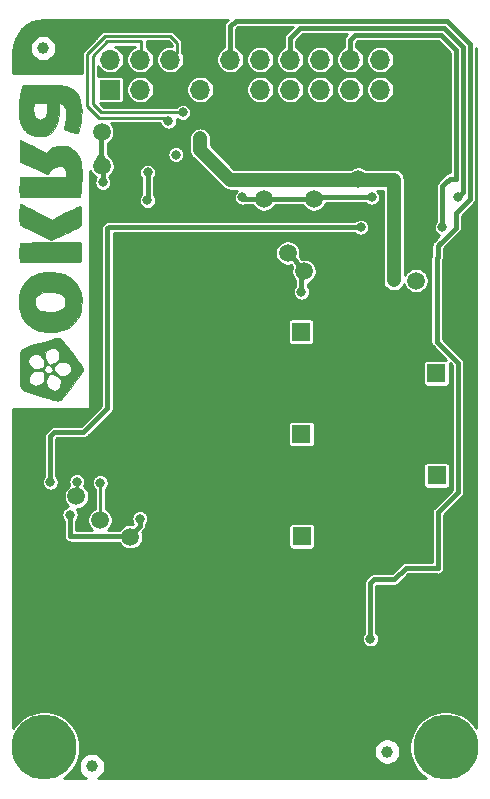
<source format=gbl>
G04 #@! TF.GenerationSoftware,KiCad,Pcbnew,(5.1.10)-1*
G04 #@! TF.CreationDate,2022-03-11T13:30:57+05:30*
G04 #@! TF.ProjectId,P-1000072_Cicada Wi-Fi,502d3130-3030-4303-9732-5f4369636164,0.1*
G04 #@! TF.SameCoordinates,PX7cee6c0PY3dfd240*
G04 #@! TF.FileFunction,Copper,L2,Bot*
G04 #@! TF.FilePolarity,Positive*
%FSLAX46Y46*%
G04 Gerber Fmt 4.6, Leading zero omitted, Abs format (unit mm)*
G04 Created by KiCad (PCBNEW (5.1.10)-1) date 2022-03-11 13:30:57*
%MOMM*%
%LPD*%
G01*
G04 APERTURE LIST*
G04 #@! TA.AperFunction,EtchedComponent*
%ADD10C,0.010000*%
G04 #@! TD*
G04 #@! TA.AperFunction,SMDPad,CuDef*
%ADD11C,1.500000*%
G04 #@! TD*
G04 #@! TA.AperFunction,ComponentPad*
%ADD12C,1.500000*%
G04 #@! TD*
G04 #@! TA.AperFunction,ComponentPad*
%ADD13O,1.700000X1.700000*%
G04 #@! TD*
G04 #@! TA.AperFunction,ComponentPad*
%ADD14R,1.700000X1.700000*%
G04 #@! TD*
G04 #@! TA.AperFunction,ComponentPad*
%ADD15C,1.600000*%
G04 #@! TD*
G04 #@! TA.AperFunction,ComponentPad*
%ADD16R,1.600000X1.600000*%
G04 #@! TD*
G04 #@! TA.AperFunction,ComponentPad*
%ADD17C,5.500000*%
G04 #@! TD*
G04 #@! TA.AperFunction,SMDPad,CuDef*
%ADD18C,1.000000*%
G04 #@! TD*
G04 #@! TA.AperFunction,ViaPad*
%ADD19C,0.800000*%
G04 #@! TD*
G04 #@! TA.AperFunction,Conductor*
%ADD20C,1.200000*%
G04 #@! TD*
G04 #@! TA.AperFunction,Conductor*
%ADD21C,0.400000*%
G04 #@! TD*
G04 #@! TA.AperFunction,Conductor*
%ADD22C,0.250000*%
G04 #@! TD*
G04 #@! TA.AperFunction,Conductor*
%ADD23C,0.254000*%
G04 #@! TD*
G04 #@! TA.AperFunction,Conductor*
%ADD24C,0.100000*%
G04 #@! TD*
G04 APERTURE END LIST*
D10*
G36*
X-13760667Y-24809740D02*
G01*
X-13797443Y-24740853D01*
X-13876009Y-24619009D01*
X-13989257Y-24453774D01*
X-14130077Y-24254716D01*
X-14291361Y-24031400D01*
X-14465999Y-23793394D01*
X-14646884Y-23550265D01*
X-14826906Y-23311580D01*
X-14998958Y-23086905D01*
X-15155929Y-22885808D01*
X-15290711Y-22717855D01*
X-15396197Y-22592613D01*
X-15455523Y-22528811D01*
X-15537772Y-22451571D01*
X-15613489Y-22392836D01*
X-15692082Y-22353234D01*
X-15782960Y-22333394D01*
X-15895531Y-22333944D01*
X-16039204Y-22355513D01*
X-16223388Y-22398730D01*
X-16457489Y-22464223D01*
X-16750919Y-22552621D01*
X-17010289Y-22632688D01*
X-17431782Y-22763197D01*
X-17784196Y-22872602D01*
X-18074146Y-22963689D01*
X-18308248Y-23039244D01*
X-18493116Y-23102051D01*
X-18635367Y-23154897D01*
X-18741617Y-23200567D01*
X-18818479Y-23241847D01*
X-18872570Y-23281521D01*
X-18910505Y-23322377D01*
X-18938901Y-23367200D01*
X-18964371Y-23418774D01*
X-18986051Y-23464631D01*
X-19008022Y-23513667D01*
X-19025642Y-23566292D01*
X-19039390Y-23631409D01*
X-19049742Y-23717919D01*
X-19057178Y-23834723D01*
X-19062173Y-23990724D01*
X-19065207Y-24194821D01*
X-19066757Y-24455918D01*
X-19067300Y-24782916D01*
X-19067343Y-24979390D01*
X-19067132Y-25343294D01*
X-19066194Y-25636721D01*
X-19064039Y-25868566D01*
X-19060181Y-26047728D01*
X-19054131Y-26183103D01*
X-19045402Y-26283588D01*
X-19033506Y-26358080D01*
X-19017955Y-26415476D01*
X-18998261Y-26464672D01*
X-18984301Y-26493858D01*
X-18901503Y-26622922D01*
X-18787225Y-26725075D01*
X-18625732Y-26810954D01*
X-18401292Y-26891198D01*
X-18392687Y-26893855D01*
X-18287154Y-26926406D01*
X-18118374Y-26978568D01*
X-17898913Y-27046451D01*
X-17744997Y-27094087D01*
X-17744997Y-26369618D01*
X-17943944Y-26324027D01*
X-18116549Y-26205756D01*
X-18131044Y-26191085D01*
X-18247473Y-26020557D01*
X-18288067Y-25830075D01*
X-18252983Y-25617822D01*
X-18192480Y-25472875D01*
X-18055285Y-25275324D01*
X-17877724Y-25145501D01*
X-17665053Y-25084980D01*
X-17665053Y-24955439D01*
X-17818503Y-24948608D01*
X-17850306Y-24942297D01*
X-18002932Y-24868180D01*
X-18145468Y-24736861D01*
X-18261583Y-24570268D01*
X-18334951Y-24390328D01*
X-18352128Y-24268405D01*
X-18335246Y-24154344D01*
X-18293001Y-24029173D01*
X-18288575Y-24019576D01*
X-18171788Y-23857835D01*
X-18009649Y-23750957D01*
X-17816279Y-23701235D01*
X-17605798Y-23710962D01*
X-17392324Y-23782431D01*
X-17270916Y-23854326D01*
X-17141419Y-23986145D01*
X-17051305Y-24175796D01*
X-17004711Y-24374793D01*
X-16983751Y-24563181D01*
X-16996823Y-24694306D01*
X-17049175Y-24784877D01*
X-17146056Y-24851602D01*
X-17155997Y-24856463D01*
X-17299672Y-24905148D01*
X-17480733Y-24939546D01*
X-17665053Y-24955439D01*
X-17665053Y-25084980D01*
X-17661915Y-25084086D01*
X-17409974Y-25091760D01*
X-17182218Y-25148635D01*
X-16983781Y-25214907D01*
X-16985809Y-25552250D01*
X-16997653Y-25786597D01*
X-17034874Y-25960327D01*
X-17104881Y-26090138D01*
X-17215083Y-26192728D01*
X-17291580Y-26241347D01*
X-17525583Y-26342175D01*
X-17744997Y-26369618D01*
X-17744997Y-27094087D01*
X-17641341Y-27126168D01*
X-17358226Y-27213829D01*
X-17062136Y-27305546D01*
X-17030747Y-27315271D01*
X-16709768Y-27414338D01*
X-16455123Y-27491626D01*
X-16257482Y-27549347D01*
X-16111106Y-27588741D01*
X-16111106Y-26779034D01*
X-16312220Y-26753333D01*
X-16472354Y-26682799D01*
X-16660351Y-26531315D01*
X-16782492Y-26342149D01*
X-16835078Y-26126982D01*
X-16814409Y-25897496D01*
X-16765278Y-25757727D01*
X-16668884Y-25563226D01*
X-16641757Y-25524897D01*
X-16641757Y-25314125D01*
X-16759303Y-25301387D01*
X-16843941Y-25249860D01*
X-16901089Y-25185141D01*
X-16978521Y-25067875D01*
X-16996124Y-24969569D01*
X-16954800Y-24860700D01*
X-16913032Y-24794135D01*
X-16836437Y-24702043D01*
X-16747722Y-24659451D01*
X-16655274Y-24647088D01*
X-16533749Y-24648734D01*
X-16474947Y-24674280D01*
X-16474947Y-24591763D01*
X-16542497Y-24587107D01*
X-16602460Y-24540213D01*
X-16657452Y-24477814D01*
X-16757093Y-24341033D01*
X-16848716Y-24179959D01*
X-16920086Y-24019932D01*
X-16958965Y-23886294D01*
X-16962678Y-23845688D01*
X-16945693Y-23746907D01*
X-16903976Y-23622871D01*
X-16888695Y-23587719D01*
X-16762375Y-23386323D01*
X-16604336Y-23243129D01*
X-16426796Y-23160269D01*
X-16241972Y-23139877D01*
X-16062082Y-23184086D01*
X-15899345Y-23295030D01*
X-15811474Y-23399643D01*
X-15743443Y-23551208D01*
X-15710268Y-23737861D01*
X-15712476Y-23930922D01*
X-15750593Y-24101712D01*
X-15796957Y-24190043D01*
X-15940965Y-24336306D01*
X-16132193Y-24465424D01*
X-16338586Y-24556293D01*
X-16365452Y-24564363D01*
X-16474947Y-24591763D01*
X-16474947Y-24674280D01*
X-16449341Y-24685405D01*
X-16388679Y-24742180D01*
X-16304875Y-24880541D01*
X-16289647Y-25023747D01*
X-16335341Y-25154508D01*
X-16434307Y-25255532D01*
X-16578894Y-25309528D01*
X-16641757Y-25314125D01*
X-16641757Y-25524897D01*
X-16579982Y-25437609D01*
X-16483959Y-25373525D01*
X-16366203Y-25363623D01*
X-16212103Y-25400550D01*
X-16120023Y-25433092D01*
X-15887745Y-25554374D01*
X-15717220Y-25716472D01*
X-15612448Y-25910642D01*
X-15577429Y-26128141D01*
X-15616164Y-26360224D01*
X-15652814Y-26454321D01*
X-15768943Y-26626055D01*
X-15925860Y-26735450D01*
X-16111106Y-26779034D01*
X-16111106Y-27588741D01*
X-16107516Y-27589708D01*
X-15995894Y-27614921D01*
X-15913288Y-27627193D01*
X-15850367Y-27628734D01*
X-15797802Y-27621755D01*
X-15767480Y-27614430D01*
X-15635422Y-27558199D01*
X-15503664Y-27471280D01*
X-15473268Y-27444940D01*
X-15470115Y-27441570D01*
X-15470115Y-25579419D01*
X-15559157Y-25561356D01*
X-15636726Y-25533630D01*
X-15737909Y-25477738D01*
X-15858984Y-25386217D01*
X-15983322Y-25275117D01*
X-16094297Y-25160490D01*
X-16175278Y-25058387D01*
X-16209637Y-24984859D01*
X-16209875Y-24980388D01*
X-16189217Y-24922103D01*
X-16135917Y-24823646D01*
X-16083939Y-24740731D01*
X-15909971Y-24526289D01*
X-15722087Y-24388718D01*
X-15517696Y-24326327D01*
X-15442544Y-24321938D01*
X-15205665Y-24354323D01*
X-14998899Y-24445458D01*
X-14836076Y-24586314D01*
X-14731024Y-24767862D01*
X-14723031Y-24791717D01*
X-14708857Y-24962660D01*
X-14761700Y-25136524D01*
X-14871193Y-25298551D01*
X-15026970Y-25433982D01*
X-15218668Y-25528061D01*
X-15246265Y-25536653D01*
X-15377777Y-25571092D01*
X-15470115Y-25579419D01*
X-15470115Y-27441570D01*
X-15397048Y-27363474D01*
X-15285998Y-27231348D01*
X-15147056Y-27057939D01*
X-14987157Y-26852624D01*
X-14813238Y-26624778D01*
X-14632233Y-26383781D01*
X-14451080Y-26139007D01*
X-14276715Y-25899834D01*
X-14116073Y-25675639D01*
X-13976090Y-25475799D01*
X-13863703Y-25309690D01*
X-13785848Y-25186690D01*
X-13749461Y-25116175D01*
X-13748637Y-25113414D01*
X-13728806Y-24958868D01*
X-13760667Y-24809740D01*
G37*
X-13760667Y-24809740D02*
X-13797443Y-24740853D01*
X-13876009Y-24619009D01*
X-13989257Y-24453774D01*
X-14130077Y-24254716D01*
X-14291361Y-24031400D01*
X-14465999Y-23793394D01*
X-14646884Y-23550265D01*
X-14826906Y-23311580D01*
X-14998958Y-23086905D01*
X-15155929Y-22885808D01*
X-15290711Y-22717855D01*
X-15396197Y-22592613D01*
X-15455523Y-22528811D01*
X-15537772Y-22451571D01*
X-15613489Y-22392836D01*
X-15692082Y-22353234D01*
X-15782960Y-22333394D01*
X-15895531Y-22333944D01*
X-16039204Y-22355513D01*
X-16223388Y-22398730D01*
X-16457489Y-22464223D01*
X-16750919Y-22552621D01*
X-17010289Y-22632688D01*
X-17431782Y-22763197D01*
X-17784196Y-22872602D01*
X-18074146Y-22963689D01*
X-18308248Y-23039244D01*
X-18493116Y-23102051D01*
X-18635367Y-23154897D01*
X-18741617Y-23200567D01*
X-18818479Y-23241847D01*
X-18872570Y-23281521D01*
X-18910505Y-23322377D01*
X-18938901Y-23367200D01*
X-18964371Y-23418774D01*
X-18986051Y-23464631D01*
X-19008022Y-23513667D01*
X-19025642Y-23566292D01*
X-19039390Y-23631409D01*
X-19049742Y-23717919D01*
X-19057178Y-23834723D01*
X-19062173Y-23990724D01*
X-19065207Y-24194821D01*
X-19066757Y-24455918D01*
X-19067300Y-24782916D01*
X-19067343Y-24979390D01*
X-19067132Y-25343294D01*
X-19066194Y-25636721D01*
X-19064039Y-25868566D01*
X-19060181Y-26047728D01*
X-19054131Y-26183103D01*
X-19045402Y-26283588D01*
X-19033506Y-26358080D01*
X-19017955Y-26415476D01*
X-18998261Y-26464672D01*
X-18984301Y-26493858D01*
X-18901503Y-26622922D01*
X-18787225Y-26725075D01*
X-18625732Y-26810954D01*
X-18401292Y-26891198D01*
X-18392687Y-26893855D01*
X-18287154Y-26926406D01*
X-18118374Y-26978568D01*
X-17898913Y-27046451D01*
X-17744997Y-27094087D01*
X-17744997Y-26369618D01*
X-17943944Y-26324027D01*
X-18116549Y-26205756D01*
X-18131044Y-26191085D01*
X-18247473Y-26020557D01*
X-18288067Y-25830075D01*
X-18252983Y-25617822D01*
X-18192480Y-25472875D01*
X-18055285Y-25275324D01*
X-17877724Y-25145501D01*
X-17665053Y-25084980D01*
X-17665053Y-24955439D01*
X-17818503Y-24948608D01*
X-17850306Y-24942297D01*
X-18002932Y-24868180D01*
X-18145468Y-24736861D01*
X-18261583Y-24570268D01*
X-18334951Y-24390328D01*
X-18352128Y-24268405D01*
X-18335246Y-24154344D01*
X-18293001Y-24029173D01*
X-18288575Y-24019576D01*
X-18171788Y-23857835D01*
X-18009649Y-23750957D01*
X-17816279Y-23701235D01*
X-17605798Y-23710962D01*
X-17392324Y-23782431D01*
X-17270916Y-23854326D01*
X-17141419Y-23986145D01*
X-17051305Y-24175796D01*
X-17004711Y-24374793D01*
X-16983751Y-24563181D01*
X-16996823Y-24694306D01*
X-17049175Y-24784877D01*
X-17146056Y-24851602D01*
X-17155997Y-24856463D01*
X-17299672Y-24905148D01*
X-17480733Y-24939546D01*
X-17665053Y-24955439D01*
X-17665053Y-25084980D01*
X-17661915Y-25084086D01*
X-17409974Y-25091760D01*
X-17182218Y-25148635D01*
X-16983781Y-25214907D01*
X-16985809Y-25552250D01*
X-16997653Y-25786597D01*
X-17034874Y-25960327D01*
X-17104881Y-26090138D01*
X-17215083Y-26192728D01*
X-17291580Y-26241347D01*
X-17525583Y-26342175D01*
X-17744997Y-26369618D01*
X-17744997Y-27094087D01*
X-17641341Y-27126168D01*
X-17358226Y-27213829D01*
X-17062136Y-27305546D01*
X-17030747Y-27315271D01*
X-16709768Y-27414338D01*
X-16455123Y-27491626D01*
X-16257482Y-27549347D01*
X-16111106Y-27588741D01*
X-16111106Y-26779034D01*
X-16312220Y-26753333D01*
X-16472354Y-26682799D01*
X-16660351Y-26531315D01*
X-16782492Y-26342149D01*
X-16835078Y-26126982D01*
X-16814409Y-25897496D01*
X-16765278Y-25757727D01*
X-16668884Y-25563226D01*
X-16641757Y-25524897D01*
X-16641757Y-25314125D01*
X-16759303Y-25301387D01*
X-16843941Y-25249860D01*
X-16901089Y-25185141D01*
X-16978521Y-25067875D01*
X-16996124Y-24969569D01*
X-16954800Y-24860700D01*
X-16913032Y-24794135D01*
X-16836437Y-24702043D01*
X-16747722Y-24659451D01*
X-16655274Y-24647088D01*
X-16533749Y-24648734D01*
X-16474947Y-24674280D01*
X-16474947Y-24591763D01*
X-16542497Y-24587107D01*
X-16602460Y-24540213D01*
X-16657452Y-24477814D01*
X-16757093Y-24341033D01*
X-16848716Y-24179959D01*
X-16920086Y-24019932D01*
X-16958965Y-23886294D01*
X-16962678Y-23845688D01*
X-16945693Y-23746907D01*
X-16903976Y-23622871D01*
X-16888695Y-23587719D01*
X-16762375Y-23386323D01*
X-16604336Y-23243129D01*
X-16426796Y-23160269D01*
X-16241972Y-23139877D01*
X-16062082Y-23184086D01*
X-15899345Y-23295030D01*
X-15811474Y-23399643D01*
X-15743443Y-23551208D01*
X-15710268Y-23737861D01*
X-15712476Y-23930922D01*
X-15750593Y-24101712D01*
X-15796957Y-24190043D01*
X-15940965Y-24336306D01*
X-16132193Y-24465424D01*
X-16338586Y-24556293D01*
X-16365452Y-24564363D01*
X-16474947Y-24591763D01*
X-16474947Y-24674280D01*
X-16449341Y-24685405D01*
X-16388679Y-24742180D01*
X-16304875Y-24880541D01*
X-16289647Y-25023747D01*
X-16335341Y-25154508D01*
X-16434307Y-25255532D01*
X-16578894Y-25309528D01*
X-16641757Y-25314125D01*
X-16641757Y-25524897D01*
X-16579982Y-25437609D01*
X-16483959Y-25373525D01*
X-16366203Y-25363623D01*
X-16212103Y-25400550D01*
X-16120023Y-25433092D01*
X-15887745Y-25554374D01*
X-15717220Y-25716472D01*
X-15612448Y-25910642D01*
X-15577429Y-26128141D01*
X-15616164Y-26360224D01*
X-15652814Y-26454321D01*
X-15768943Y-26626055D01*
X-15925860Y-26735450D01*
X-16111106Y-26779034D01*
X-16111106Y-27588741D01*
X-16107516Y-27589708D01*
X-15995894Y-27614921D01*
X-15913288Y-27627193D01*
X-15850367Y-27628734D01*
X-15797802Y-27621755D01*
X-15767480Y-27614430D01*
X-15635422Y-27558199D01*
X-15503664Y-27471280D01*
X-15473268Y-27444940D01*
X-15470115Y-27441570D01*
X-15470115Y-25579419D01*
X-15559157Y-25561356D01*
X-15636726Y-25533630D01*
X-15737909Y-25477738D01*
X-15858984Y-25386217D01*
X-15983322Y-25275117D01*
X-16094297Y-25160490D01*
X-16175278Y-25058387D01*
X-16209637Y-24984859D01*
X-16209875Y-24980388D01*
X-16189217Y-24922103D01*
X-16135917Y-24823646D01*
X-16083939Y-24740731D01*
X-15909971Y-24526289D01*
X-15722087Y-24388718D01*
X-15517696Y-24326327D01*
X-15442544Y-24321938D01*
X-15205665Y-24354323D01*
X-14998899Y-24445458D01*
X-14836076Y-24586314D01*
X-14731024Y-24767862D01*
X-14723031Y-24791717D01*
X-14708857Y-24962660D01*
X-14761700Y-25136524D01*
X-14871193Y-25298551D01*
X-15026970Y-25433982D01*
X-15218668Y-25528061D01*
X-15246265Y-25536653D01*
X-15377777Y-25571092D01*
X-15470115Y-25579419D01*
X-15470115Y-27441570D01*
X-15397048Y-27363474D01*
X-15285998Y-27231348D01*
X-15147056Y-27057939D01*
X-14987157Y-26852624D01*
X-14813238Y-26624778D01*
X-14632233Y-26383781D01*
X-14451080Y-26139007D01*
X-14276715Y-25899834D01*
X-14116073Y-25675639D01*
X-13976090Y-25475799D01*
X-13863703Y-25309690D01*
X-13785848Y-25186690D01*
X-13749461Y-25116175D01*
X-13748637Y-25113414D01*
X-13728806Y-24958868D01*
X-13760667Y-24809740D01*
G36*
X-13835017Y-8142424D02*
G01*
X-13851518Y-7848721D01*
X-13878001Y-7611865D01*
X-13890271Y-7542374D01*
X-13998512Y-7156814D01*
X-14156055Y-6819681D01*
X-14358598Y-6537273D01*
X-14601842Y-6315887D01*
X-14813013Y-6191505D01*
X-14915388Y-6146540D01*
X-15008143Y-6116411D01*
X-15111224Y-6098190D01*
X-15244575Y-6088952D01*
X-15428142Y-6085769D01*
X-15535187Y-6085532D01*
X-15748543Y-6086902D01*
X-15902506Y-6092971D01*
X-16017039Y-6106675D01*
X-16112104Y-6130950D01*
X-16207664Y-6168734D01*
X-16258216Y-6191896D01*
X-16415758Y-6280934D01*
X-16582088Y-6398050D01*
X-16680822Y-6481287D01*
X-16876492Y-6664314D01*
X-17942167Y-6108164D01*
X-19007843Y-5552015D01*
X-19040909Y-5660023D01*
X-19054055Y-5743832D01*
X-19064626Y-5889954D01*
X-19072468Y-6081366D01*
X-19077425Y-6301045D01*
X-19079344Y-6531964D01*
X-19078070Y-6757102D01*
X-19073447Y-6959433D01*
X-19065322Y-7121934D01*
X-19055073Y-7218944D01*
X-19025104Y-7399856D01*
X-17889142Y-7933319D01*
X-17610087Y-8064311D01*
X-17354120Y-8184360D01*
X-17130077Y-8289329D01*
X-16946797Y-8375081D01*
X-16813117Y-8437480D01*
X-16737877Y-8472388D01*
X-16724809Y-8478292D01*
X-16689965Y-8454074D01*
X-16629140Y-8379518D01*
X-16573847Y-8298762D01*
X-16400260Y-8067175D01*
X-16217884Y-7907448D01*
X-16014527Y-7812138D01*
X-15777996Y-7773804D01*
X-15711257Y-7772250D01*
X-15486147Y-7798099D01*
X-15317342Y-7877587D01*
X-15202130Y-8013626D01*
X-15137798Y-8209128D01*
X-15121186Y-8405726D01*
X-15118468Y-8665219D01*
X-17068546Y-8675512D01*
X-19018624Y-8685806D01*
X-19044589Y-8774731D01*
X-19055398Y-8847102D01*
X-19066110Y-8978925D01*
X-19076062Y-9151547D01*
X-19084588Y-9346314D01*
X-19091024Y-9544574D01*
X-19094705Y-9727672D01*
X-19094967Y-9876956D01*
X-19091146Y-9973772D01*
X-19088050Y-9994750D01*
X-19071637Y-10072212D01*
X-19051417Y-10184724D01*
X-19048375Y-10203110D01*
X-19024090Y-10351938D01*
X-13954664Y-10351938D01*
X-13931689Y-10203110D01*
X-13893527Y-9904069D01*
X-13863852Y-9565949D01*
X-13842915Y-9204736D01*
X-13830965Y-8836419D01*
X-13828249Y-8476986D01*
X-13835017Y-8142424D01*
G37*
X-13835017Y-8142424D02*
X-13851518Y-7848721D01*
X-13878001Y-7611865D01*
X-13890271Y-7542374D01*
X-13998512Y-7156814D01*
X-14156055Y-6819681D01*
X-14358598Y-6537273D01*
X-14601842Y-6315887D01*
X-14813013Y-6191505D01*
X-14915388Y-6146540D01*
X-15008143Y-6116411D01*
X-15111224Y-6098190D01*
X-15244575Y-6088952D01*
X-15428142Y-6085769D01*
X-15535187Y-6085532D01*
X-15748543Y-6086902D01*
X-15902506Y-6092971D01*
X-16017039Y-6106675D01*
X-16112104Y-6130950D01*
X-16207664Y-6168734D01*
X-16258216Y-6191896D01*
X-16415758Y-6280934D01*
X-16582088Y-6398050D01*
X-16680822Y-6481287D01*
X-16876492Y-6664314D01*
X-17942167Y-6108164D01*
X-19007843Y-5552015D01*
X-19040909Y-5660023D01*
X-19054055Y-5743832D01*
X-19064626Y-5889954D01*
X-19072468Y-6081366D01*
X-19077425Y-6301045D01*
X-19079344Y-6531964D01*
X-19078070Y-6757102D01*
X-19073447Y-6959433D01*
X-19065322Y-7121934D01*
X-19055073Y-7218944D01*
X-19025104Y-7399856D01*
X-17889142Y-7933319D01*
X-17610087Y-8064311D01*
X-17354120Y-8184360D01*
X-17130077Y-8289329D01*
X-16946797Y-8375081D01*
X-16813117Y-8437480D01*
X-16737877Y-8472388D01*
X-16724809Y-8478292D01*
X-16689965Y-8454074D01*
X-16629140Y-8379518D01*
X-16573847Y-8298762D01*
X-16400260Y-8067175D01*
X-16217884Y-7907448D01*
X-16014527Y-7812138D01*
X-15777996Y-7773804D01*
X-15711257Y-7772250D01*
X-15486147Y-7798099D01*
X-15317342Y-7877587D01*
X-15202130Y-8013626D01*
X-15137798Y-8209128D01*
X-15121186Y-8405726D01*
X-15118468Y-8665219D01*
X-17068546Y-8675512D01*
X-19018624Y-8685806D01*
X-19044589Y-8774731D01*
X-19055398Y-8847102D01*
X-19066110Y-8978925D01*
X-19076062Y-9151547D01*
X-19084588Y-9346314D01*
X-19091024Y-9544574D01*
X-19094705Y-9727672D01*
X-19094967Y-9876956D01*
X-19091146Y-9973772D01*
X-19088050Y-9994750D01*
X-19071637Y-10072212D01*
X-19051417Y-10184724D01*
X-19048375Y-10203110D01*
X-19024090Y-10351938D01*
X-13954664Y-10351938D01*
X-13931689Y-10203110D01*
X-13893527Y-9904069D01*
X-13863852Y-9565949D01*
X-13842915Y-9204736D01*
X-13830965Y-8836419D01*
X-13828249Y-8476986D01*
X-13835017Y-8142424D01*
G36*
X-13887743Y-11796595D02*
G01*
X-13892119Y-11581360D01*
X-13899978Y-11393670D01*
X-13911321Y-11248413D01*
X-13926148Y-11160476D01*
X-13934436Y-11143064D01*
X-13964844Y-11138553D01*
X-14030337Y-11156199D01*
X-14136508Y-11198580D01*
X-14288951Y-11268272D01*
X-14493259Y-11367851D01*
X-14755025Y-11499896D01*
X-15079844Y-11666982D01*
X-15144905Y-11700700D01*
X-16309093Y-12304617D01*
X-17666636Y-11626886D01*
X-18049688Y-11436828D01*
X-18365846Y-11282612D01*
X-18618291Y-11162795D01*
X-18810201Y-11075933D01*
X-18944756Y-11020583D01*
X-19025135Y-10995302D01*
X-19053903Y-10997249D01*
X-19065654Y-11054749D01*
X-19075581Y-11176159D01*
X-19083515Y-11346031D01*
X-19089286Y-11548916D01*
X-19092724Y-11769367D01*
X-19093660Y-11991935D01*
X-19091923Y-12201173D01*
X-19087344Y-12381632D01*
X-19079752Y-12517865D01*
X-19071360Y-12584798D01*
X-19047390Y-12684449D01*
X-19027303Y-12744022D01*
X-19023941Y-12749070D01*
X-18980541Y-12774395D01*
X-18876065Y-12829249D01*
X-18720278Y-12908818D01*
X-18522944Y-13008289D01*
X-18293827Y-13122847D01*
X-18042691Y-13247680D01*
X-17779301Y-13377974D01*
X-17513421Y-13508913D01*
X-17254815Y-13635686D01*
X-17013247Y-13753478D01*
X-16798482Y-13857475D01*
X-16620284Y-13942864D01*
X-16488416Y-14004830D01*
X-16412644Y-14038561D01*
X-16398631Y-14043344D01*
X-16341390Y-14026391D01*
X-16224649Y-13978455D01*
X-16058714Y-13904600D01*
X-15853894Y-13809888D01*
X-15620494Y-13699385D01*
X-15368821Y-13578152D01*
X-15109182Y-13451254D01*
X-14851885Y-13323755D01*
X-14607235Y-13200717D01*
X-14385540Y-13087204D01*
X-14197106Y-12988281D01*
X-14052240Y-12909010D01*
X-13961250Y-12854455D01*
X-13934554Y-12832790D01*
X-13918059Y-12764909D01*
X-13905039Y-12635252D01*
X-13895496Y-12458704D01*
X-13889432Y-12250154D01*
X-13886847Y-12024489D01*
X-13887743Y-11796595D01*
G37*
X-13887743Y-11796595D02*
X-13892119Y-11581360D01*
X-13899978Y-11393670D01*
X-13911321Y-11248413D01*
X-13926148Y-11160476D01*
X-13934436Y-11143064D01*
X-13964844Y-11138553D01*
X-14030337Y-11156199D01*
X-14136508Y-11198580D01*
X-14288951Y-11268272D01*
X-14493259Y-11367851D01*
X-14755025Y-11499896D01*
X-15079844Y-11666982D01*
X-15144905Y-11700700D01*
X-16309093Y-12304617D01*
X-17666636Y-11626886D01*
X-18049688Y-11436828D01*
X-18365846Y-11282612D01*
X-18618291Y-11162795D01*
X-18810201Y-11075933D01*
X-18944756Y-11020583D01*
X-19025135Y-10995302D01*
X-19053903Y-10997249D01*
X-19065654Y-11054749D01*
X-19075581Y-11176159D01*
X-19083515Y-11346031D01*
X-19089286Y-11548916D01*
X-19092724Y-11769367D01*
X-19093660Y-11991935D01*
X-19091923Y-12201173D01*
X-19087344Y-12381632D01*
X-19079752Y-12517865D01*
X-19071360Y-12584798D01*
X-19047390Y-12684449D01*
X-19027303Y-12744022D01*
X-19023941Y-12749070D01*
X-18980541Y-12774395D01*
X-18876065Y-12829249D01*
X-18720278Y-12908818D01*
X-18522944Y-13008289D01*
X-18293827Y-13122847D01*
X-18042691Y-13247680D01*
X-17779301Y-13377974D01*
X-17513421Y-13508913D01*
X-17254815Y-13635686D01*
X-17013247Y-13753478D01*
X-16798482Y-13857475D01*
X-16620284Y-13942864D01*
X-16488416Y-14004830D01*
X-16412644Y-14038561D01*
X-16398631Y-14043344D01*
X-16341390Y-14026391D01*
X-16224649Y-13978455D01*
X-16058714Y-13904600D01*
X-15853894Y-13809888D01*
X-15620494Y-13699385D01*
X-15368821Y-13578152D01*
X-15109182Y-13451254D01*
X-14851885Y-13323755D01*
X-14607235Y-13200717D01*
X-14385540Y-13087204D01*
X-14197106Y-12988281D01*
X-14052240Y-12909010D01*
X-13961250Y-12854455D01*
X-13934554Y-12832790D01*
X-13918059Y-12764909D01*
X-13905039Y-12635252D01*
X-13895496Y-12458704D01*
X-13889432Y-12250154D01*
X-13886847Y-12024489D01*
X-13887743Y-11796595D01*
G36*
X-13889956Y-14861263D02*
G01*
X-13894277Y-14658353D01*
X-13902053Y-14490657D01*
X-13913300Y-14376595D01*
X-13918678Y-14350454D01*
X-13949199Y-14241313D01*
X-16486101Y-14241313D01*
X-17029362Y-14241680D01*
X-17497528Y-14242833D01*
X-17894876Y-14244851D01*
X-18225685Y-14247813D01*
X-18494230Y-14251797D01*
X-18704789Y-14256882D01*
X-18861640Y-14263147D01*
X-18969060Y-14270670D01*
X-19031325Y-14279530D01*
X-19052181Y-14288525D01*
X-19062712Y-14342918D01*
X-19072443Y-14460037D01*
X-19080988Y-14623235D01*
X-19087965Y-14815865D01*
X-19092990Y-15021280D01*
X-19095678Y-15222831D01*
X-19095646Y-15403872D01*
X-19092510Y-15547755D01*
X-19085885Y-15637833D01*
X-19083585Y-15650219D01*
X-19058808Y-15757073D01*
X-19045229Y-15818891D01*
X-19026175Y-15908188D01*
X-13951284Y-15908188D01*
X-13919720Y-15759360D01*
X-13906964Y-15656666D01*
X-13897595Y-15497090D01*
X-13891629Y-15299051D01*
X-13889078Y-15080969D01*
X-13889956Y-14861263D01*
G37*
X-13889956Y-14861263D02*
X-13894277Y-14658353D01*
X-13902053Y-14490657D01*
X-13913300Y-14376595D01*
X-13918678Y-14350454D01*
X-13949199Y-14241313D01*
X-16486101Y-14241313D01*
X-17029362Y-14241680D01*
X-17497528Y-14242833D01*
X-17894876Y-14244851D01*
X-18225685Y-14247813D01*
X-18494230Y-14251797D01*
X-18704789Y-14256882D01*
X-18861640Y-14263147D01*
X-18969060Y-14270670D01*
X-19031325Y-14279530D01*
X-19052181Y-14288525D01*
X-19062712Y-14342918D01*
X-19072443Y-14460037D01*
X-19080988Y-14623235D01*
X-19087965Y-14815865D01*
X-19092990Y-15021280D01*
X-19095678Y-15222831D01*
X-19095646Y-15403872D01*
X-19092510Y-15547755D01*
X-19085885Y-15637833D01*
X-19083585Y-15650219D01*
X-19058808Y-15757073D01*
X-19045229Y-15818891D01*
X-19026175Y-15908188D01*
X-13951284Y-15908188D01*
X-13919720Y-15759360D01*
X-13906964Y-15656666D01*
X-13897595Y-15497090D01*
X-13891629Y-15299051D01*
X-13889078Y-15080969D01*
X-13889956Y-14861263D01*
G36*
X-13853166Y-2681053D02*
G01*
X-13928055Y-2272155D01*
X-14055183Y-1920100D01*
X-14236446Y-1621872D01*
X-14473735Y-1374458D01*
X-14768946Y-1174844D01*
X-15123972Y-1020014D01*
X-15178000Y-1001920D01*
X-15239281Y-984448D01*
X-15310857Y-969862D01*
X-15400569Y-957811D01*
X-15516261Y-947946D01*
X-15665774Y-939916D01*
X-15856952Y-933371D01*
X-16097636Y-927961D01*
X-16395670Y-923335D01*
X-16758894Y-919144D01*
X-17105606Y-915832D01*
X-18814931Y-900458D01*
X-18864284Y-1065184D01*
X-18892454Y-1170842D01*
X-18931029Y-1331145D01*
X-18974588Y-1522955D01*
X-19011422Y-1693189D01*
X-19056327Y-1954138D01*
X-19092043Y-2257203D01*
X-19117548Y-2581418D01*
X-19131819Y-2905818D01*
X-19133836Y-3209436D01*
X-19122577Y-3471308D01*
X-19105498Y-3623362D01*
X-19022857Y-4016041D01*
X-18907396Y-4343902D01*
X-18754958Y-4616144D01*
X-18561387Y-4841967D01*
X-18550247Y-4852492D01*
X-18301395Y-5046437D01*
X-18031060Y-5177747D01*
X-17726795Y-5250451D01*
X-17376151Y-5268580D01*
X-17331542Y-5266926D01*
X-17331542Y-3841162D01*
X-17502591Y-3821159D01*
X-17660533Y-3739637D01*
X-17791613Y-3598069D01*
X-17878507Y-3410056D01*
X-17897817Y-3303601D01*
X-17909369Y-3152235D01*
X-17913441Y-2977470D01*
X-17910312Y-2800815D01*
X-17900262Y-2643781D01*
X-17883569Y-2527877D01*
X-17866441Y-2480298D01*
X-17836742Y-2452091D01*
X-17787447Y-2433487D01*
X-17704836Y-2423097D01*
X-17575190Y-2419533D01*
X-17384790Y-2421410D01*
X-17300894Y-2423103D01*
X-16785343Y-2434282D01*
X-16786380Y-2890688D01*
X-16788807Y-3098329D01*
X-16796882Y-3246314D01*
X-16813458Y-3354314D01*
X-16841389Y-3442001D01*
X-16877278Y-3517323D01*
X-17005133Y-3690717D01*
X-17161139Y-3798172D01*
X-17331542Y-3841162D01*
X-17331542Y-5266926D01*
X-17276360Y-5264878D01*
X-16939254Y-5217491D01*
X-16650988Y-5111465D01*
X-16403377Y-4943372D01*
X-16320100Y-4864426D01*
X-16139024Y-4647006D01*
X-15996101Y-4402065D01*
X-15888078Y-4119404D01*
X-15811700Y-3788824D01*
X-15763716Y-3400128D01*
X-15744227Y-3059360D01*
X-15722999Y-2454125D01*
X-15624424Y-2454125D01*
X-15519300Y-2488010D01*
X-15403268Y-2577091D01*
X-15293986Y-2702507D01*
X-15209113Y-2845397D01*
X-15177212Y-2931814D01*
X-15152196Y-3093240D01*
X-15144129Y-3329021D01*
X-15150682Y-3585219D01*
X-15168079Y-3857913D01*
X-15196108Y-4083685D01*
X-15240237Y-4294823D01*
X-15305933Y-4523611D01*
X-15313791Y-4548367D01*
X-15321645Y-4599324D01*
X-15298017Y-4641569D01*
X-15229231Y-4687861D01*
X-15101610Y-4750957D01*
X-15091607Y-4755638D01*
X-14910370Y-4825805D01*
X-14703249Y-4885082D01*
X-14562843Y-4912876D01*
X-14371739Y-4940180D01*
X-14243535Y-4951116D01*
X-14162194Y-4937636D01*
X-14111679Y-4891693D01*
X-14075952Y-4805237D01*
X-14038976Y-4670222D01*
X-14032753Y-4646860D01*
X-13906269Y-4074489D01*
X-13840577Y-3519483D01*
X-13828624Y-3149807D01*
X-13853166Y-2681053D01*
G37*
X-13853166Y-2681053D02*
X-13928055Y-2272155D01*
X-14055183Y-1920100D01*
X-14236446Y-1621872D01*
X-14473735Y-1374458D01*
X-14768946Y-1174844D01*
X-15123972Y-1020014D01*
X-15178000Y-1001920D01*
X-15239281Y-984448D01*
X-15310857Y-969862D01*
X-15400569Y-957811D01*
X-15516261Y-947946D01*
X-15665774Y-939916D01*
X-15856952Y-933371D01*
X-16097636Y-927961D01*
X-16395670Y-923335D01*
X-16758894Y-919144D01*
X-17105606Y-915832D01*
X-18814931Y-900458D01*
X-18864284Y-1065184D01*
X-18892454Y-1170842D01*
X-18931029Y-1331145D01*
X-18974588Y-1522955D01*
X-19011422Y-1693189D01*
X-19056327Y-1954138D01*
X-19092043Y-2257203D01*
X-19117548Y-2581418D01*
X-19131819Y-2905818D01*
X-19133836Y-3209436D01*
X-19122577Y-3471308D01*
X-19105498Y-3623362D01*
X-19022857Y-4016041D01*
X-18907396Y-4343902D01*
X-18754958Y-4616144D01*
X-18561387Y-4841967D01*
X-18550247Y-4852492D01*
X-18301395Y-5046437D01*
X-18031060Y-5177747D01*
X-17726795Y-5250451D01*
X-17376151Y-5268580D01*
X-17331542Y-5266926D01*
X-17331542Y-3841162D01*
X-17502591Y-3821159D01*
X-17660533Y-3739637D01*
X-17791613Y-3598069D01*
X-17878507Y-3410056D01*
X-17897817Y-3303601D01*
X-17909369Y-3152235D01*
X-17913441Y-2977470D01*
X-17910312Y-2800815D01*
X-17900262Y-2643781D01*
X-17883569Y-2527877D01*
X-17866441Y-2480298D01*
X-17836742Y-2452091D01*
X-17787447Y-2433487D01*
X-17704836Y-2423097D01*
X-17575190Y-2419533D01*
X-17384790Y-2421410D01*
X-17300894Y-2423103D01*
X-16785343Y-2434282D01*
X-16786380Y-2890688D01*
X-16788807Y-3098329D01*
X-16796882Y-3246314D01*
X-16813458Y-3354314D01*
X-16841389Y-3442001D01*
X-16877278Y-3517323D01*
X-17005133Y-3690717D01*
X-17161139Y-3798172D01*
X-17331542Y-3841162D01*
X-17331542Y-5266926D01*
X-17276360Y-5264878D01*
X-16939254Y-5217491D01*
X-16650988Y-5111465D01*
X-16403377Y-4943372D01*
X-16320100Y-4864426D01*
X-16139024Y-4647006D01*
X-15996101Y-4402065D01*
X-15888078Y-4119404D01*
X-15811700Y-3788824D01*
X-15763716Y-3400128D01*
X-15744227Y-3059360D01*
X-15722999Y-2454125D01*
X-15624424Y-2454125D01*
X-15519300Y-2488010D01*
X-15403268Y-2577091D01*
X-15293986Y-2702507D01*
X-15209113Y-2845397D01*
X-15177212Y-2931814D01*
X-15152196Y-3093240D01*
X-15144129Y-3329021D01*
X-15150682Y-3585219D01*
X-15168079Y-3857913D01*
X-15196108Y-4083685D01*
X-15240237Y-4294823D01*
X-15305933Y-4523611D01*
X-15313791Y-4548367D01*
X-15321645Y-4599324D01*
X-15298017Y-4641569D01*
X-15229231Y-4687861D01*
X-15101610Y-4750957D01*
X-15091607Y-4755638D01*
X-14910370Y-4825805D01*
X-14703249Y-4885082D01*
X-14562843Y-4912876D01*
X-14371739Y-4940180D01*
X-14243535Y-4951116D01*
X-14162194Y-4937636D01*
X-14111679Y-4891693D01*
X-14075952Y-4805237D01*
X-14038976Y-4670222D01*
X-14032753Y-4646860D01*
X-13906269Y-4074489D01*
X-13840577Y-3519483D01*
X-13828624Y-3149807D01*
X-13853166Y-2681053D01*
G36*
X-13836580Y-18980604D02*
G01*
X-13854745Y-18736574D01*
X-13885044Y-18551393D01*
X-14016120Y-18151408D01*
X-14209616Y-17791295D01*
X-14459791Y-17478509D01*
X-14760901Y-17220506D01*
X-15034793Y-17058465D01*
X-15264521Y-16952103D01*
X-15469954Y-16873911D01*
X-15671080Y-16819869D01*
X-15887888Y-16785959D01*
X-16140368Y-16768164D01*
X-16448509Y-16762465D01*
X-16507531Y-16762410D01*
X-16786767Y-16765157D01*
X-17003481Y-16773735D01*
X-17174399Y-16789501D01*
X-17316249Y-16813809D01*
X-17400500Y-16834752D01*
X-17812732Y-16985345D01*
X-18176850Y-17192518D01*
X-18487436Y-17452025D01*
X-18739074Y-17759617D01*
X-18870515Y-17987481D01*
X-18953395Y-18175195D01*
X-19028271Y-18378844D01*
X-19081049Y-18559429D01*
X-19087244Y-18587094D01*
X-19119778Y-18811814D01*
X-19137390Y-19084561D01*
X-19140122Y-19376874D01*
X-19128020Y-19660288D01*
X-19101124Y-19906343D01*
X-19085115Y-19993142D01*
X-18959070Y-20395745D01*
X-18766784Y-20757927D01*
X-18513026Y-21074741D01*
X-18202562Y-21341237D01*
X-17840160Y-21552466D01*
X-17439905Y-21700888D01*
X-17176264Y-21756902D01*
X-16865483Y-21794941D01*
X-16538127Y-21813234D01*
X-16514178Y-21812988D01*
X-16514178Y-20147694D01*
X-16714648Y-20137939D01*
X-17058851Y-20087404D01*
X-17333287Y-20003035D01*
X-17541111Y-19882343D01*
X-17685478Y-19722842D01*
X-17769546Y-19522043D01*
X-17796463Y-19285112D01*
X-17788014Y-19110585D01*
X-17755667Y-18977548D01*
X-17701127Y-18866396D01*
X-17559635Y-18701107D01*
X-17352820Y-18569844D01*
X-17088407Y-18475569D01*
X-16774117Y-18421245D01*
X-16507531Y-18408500D01*
X-16159101Y-18430788D01*
X-15852948Y-18495586D01*
X-15597482Y-18599797D01*
X-15401112Y-18740324D01*
X-15308916Y-18850017D01*
X-15247503Y-18956983D01*
X-15214702Y-19062604D01*
X-15202379Y-19199530D01*
X-15201345Y-19281625D01*
X-15207111Y-19444442D01*
X-15229715Y-19560740D01*
X-15277118Y-19662878D01*
X-15306711Y-19709901D01*
X-15448884Y-19858626D01*
X-15653941Y-19980788D01*
X-15908658Y-20072367D01*
X-16199811Y-20129342D01*
X-16514178Y-20147694D01*
X-16514178Y-21812988D01*
X-16224759Y-21810007D01*
X-15971750Y-21786001D01*
X-15504612Y-21684845D01*
X-15097383Y-21532970D01*
X-14747007Y-21327987D01*
X-14450426Y-21067503D01*
X-14204582Y-20749130D01*
X-14006419Y-20370474D01*
X-13937552Y-20195330D01*
X-13894060Y-20024330D01*
X-13861534Y-19795990D01*
X-13840657Y-19531678D01*
X-13832111Y-19252761D01*
X-13836580Y-18980604D01*
G37*
X-13836580Y-18980604D02*
X-13854745Y-18736574D01*
X-13885044Y-18551393D01*
X-14016120Y-18151408D01*
X-14209616Y-17791295D01*
X-14459791Y-17478509D01*
X-14760901Y-17220506D01*
X-15034793Y-17058465D01*
X-15264521Y-16952103D01*
X-15469954Y-16873911D01*
X-15671080Y-16819869D01*
X-15887888Y-16785959D01*
X-16140368Y-16768164D01*
X-16448509Y-16762465D01*
X-16507531Y-16762410D01*
X-16786767Y-16765157D01*
X-17003481Y-16773735D01*
X-17174399Y-16789501D01*
X-17316249Y-16813809D01*
X-17400500Y-16834752D01*
X-17812732Y-16985345D01*
X-18176850Y-17192518D01*
X-18487436Y-17452025D01*
X-18739074Y-17759617D01*
X-18870515Y-17987481D01*
X-18953395Y-18175195D01*
X-19028271Y-18378844D01*
X-19081049Y-18559429D01*
X-19087244Y-18587094D01*
X-19119778Y-18811814D01*
X-19137390Y-19084561D01*
X-19140122Y-19376874D01*
X-19128020Y-19660288D01*
X-19101124Y-19906343D01*
X-19085115Y-19993142D01*
X-18959070Y-20395745D01*
X-18766784Y-20757927D01*
X-18513026Y-21074741D01*
X-18202562Y-21341237D01*
X-17840160Y-21552466D01*
X-17439905Y-21700888D01*
X-17176264Y-21756902D01*
X-16865483Y-21794941D01*
X-16538127Y-21813234D01*
X-16514178Y-21812988D01*
X-16514178Y-20147694D01*
X-16714648Y-20137939D01*
X-17058851Y-20087404D01*
X-17333287Y-20003035D01*
X-17541111Y-19882343D01*
X-17685478Y-19722842D01*
X-17769546Y-19522043D01*
X-17796463Y-19285112D01*
X-17788014Y-19110585D01*
X-17755667Y-18977548D01*
X-17701127Y-18866396D01*
X-17559635Y-18701107D01*
X-17352820Y-18569844D01*
X-17088407Y-18475569D01*
X-16774117Y-18421245D01*
X-16507531Y-18408500D01*
X-16159101Y-18430788D01*
X-15852948Y-18495586D01*
X-15597482Y-18599797D01*
X-15401112Y-18740324D01*
X-15308916Y-18850017D01*
X-15247503Y-18956983D01*
X-15214702Y-19062604D01*
X-15202379Y-19199530D01*
X-15201345Y-19281625D01*
X-15207111Y-19444442D01*
X-15229715Y-19560740D01*
X-15277118Y-19662878D01*
X-15306711Y-19709901D01*
X-15448884Y-19858626D01*
X-15653941Y-19980788D01*
X-15908658Y-20072367D01*
X-16199811Y-20129342D01*
X-16514178Y-20147694D01*
X-16514178Y-21812988D01*
X-16224759Y-21810007D01*
X-15971750Y-21786001D01*
X-15504612Y-21684845D01*
X-15097383Y-21532970D01*
X-14747007Y-21327987D01*
X-14450426Y-21067503D01*
X-14204582Y-20749130D01*
X-14006419Y-20370474D01*
X-13937552Y-20195330D01*
X-13894060Y-20024330D01*
X-13861534Y-19795990D01*
X-13840657Y-19531678D01*
X-13832111Y-19252761D01*
X-13836580Y-18980604D01*
D11*
X-12130000Y-4900000D03*
X5820000Y-10570000D03*
X-12110000Y-7790000D03*
X1590000Y-10570000D03*
X797560Y-16347440D03*
X-14269720Y-35745420D03*
X-12255500Y-37754560D03*
X-9697720Y-39151560D03*
X3622040Y-15138400D03*
X5008880Y-16687800D03*
D12*
X14490000Y-17470000D03*
D11*
X9600000Y-8870000D03*
D13*
X11455400Y1244600D03*
X11455400Y-1295400D03*
X8915400Y1244600D03*
X8915400Y-1295400D03*
X6375400Y1244600D03*
X6375400Y-1295400D03*
X3835400Y1244600D03*
X3835400Y-1295400D03*
X1295400Y1244600D03*
X1295400Y-1295400D03*
X-1244600Y1244600D03*
X-1244600Y-1295400D03*
X-3784600Y1244600D03*
X-3784600Y-1295400D03*
X-6324600Y1244600D03*
X-6324600Y-1295400D03*
X-8864600Y1244600D03*
X-8864600Y-1295400D03*
X-11404600Y1244600D03*
D14*
X-11404600Y-1295400D03*
D11*
X1020000Y-35390000D03*
X8204200Y-16454120D03*
D15*
X8280400Y-30457140D03*
D16*
X4780400Y-30457140D03*
D15*
X8239760Y-21798280D03*
D16*
X4739760Y-21798280D03*
D15*
X12702540Y-25318720D03*
D16*
X16202540Y-25318720D03*
D15*
X12722860Y-33962340D03*
D16*
X16222860Y-33962340D03*
D15*
X8315840Y-39116000D03*
D16*
X4815840Y-39116000D03*
D17*
X-17000000Y-57000000D03*
D18*
X12031980Y-57343040D03*
X-12964160Y-58587640D03*
X-17096740Y2212340D03*
D17*
X17000000Y-57000000D03*
D19*
X-19000000Y-44000000D03*
X-15273020Y-34483040D03*
X-19000000Y-42000000D03*
X-19000000Y-50000000D03*
X-19000000Y-52000000D03*
X-19039840Y-53939440D03*
X16570960Y-44323000D03*
X18684240Y-44048680D03*
X8026400Y-11938000D03*
X17647920Y-39613840D03*
X-7757160Y-36824920D03*
X-4973320Y-34508440D03*
X-19000000Y-40000000D03*
X-19000000Y-38000000D03*
X-16000000Y-40000000D03*
X-11882120Y-57292240D03*
X7020560Y3048000D03*
X13766800Y-55737760D03*
X13538200Y-57810400D03*
X13929360Y-59232800D03*
X-14030960Y-54660800D03*
X-16504920Y-53522880D03*
X-19000000Y-46000000D03*
X-19000000Y-48000000D03*
X10580000Y-48950000D03*
X13710000Y-48600000D03*
X-9260840Y-14808200D03*
X-11318240Y-11582400D03*
X1000000Y-42000000D03*
X1000000Y-44000000D03*
X1000000Y-46000000D03*
X1000000Y-48000000D03*
X1000000Y-50000000D03*
X1000000Y-52000000D03*
X1000000Y-54000000D03*
X1000000Y-56000000D03*
X-1000000Y-42000000D03*
X-3000000Y-42000000D03*
X-5000000Y-42000000D03*
X-7000000Y-42000000D03*
X-9000000Y-42000000D03*
X-11000000Y-42000000D03*
X-13000000Y-42000000D03*
X-15000000Y-42000000D03*
X3000000Y-54000000D03*
X5000000Y-54000000D03*
X7000000Y-54000000D03*
X9000000Y-54000000D03*
X11000000Y-54000000D03*
X13000000Y-54000000D03*
X15000000Y-54000000D03*
X-11000000Y-59000000D03*
X-9000000Y-59000000D03*
X-7000000Y-59000000D03*
X-5000000Y-59000000D03*
X-3000000Y-59000000D03*
X-1000000Y-59000000D03*
X1000000Y-59000000D03*
X3000000Y-59000000D03*
X5000000Y-59000000D03*
X7000000Y-59000000D03*
X9000000Y-59000000D03*
X11000000Y-59000000D03*
X9000000Y-56000000D03*
X-6000000Y-56000000D03*
X-6000000Y-48000000D03*
X-15000000Y-48000000D03*
X-11000000Y-52000000D03*
X-2000000Y-52000000D03*
X-11000000Y-45000000D03*
X-2000000Y-45000000D03*
X19000000Y-40000000D03*
X19000000Y-38000000D03*
X19000000Y-36000000D03*
X19000000Y-34000000D03*
X19000000Y-32000000D03*
X19000000Y-30000000D03*
X19000000Y-28000000D03*
X19000000Y-26000000D03*
X19000000Y-24000000D03*
X19000000Y-22000000D03*
X19000000Y-20000000D03*
X19000000Y-18000000D03*
X19000000Y-16000000D03*
X19000000Y-14000000D03*
X19000000Y-12000000D03*
X15011460Y-14988540D03*
X10000000Y-15000000D03*
X10000000Y-17000000D03*
X10000000Y-19000000D03*
X10000000Y-21000000D03*
X10000000Y-23000000D03*
X10000000Y-25000000D03*
X10000000Y-27000000D03*
X10000000Y-29000000D03*
X10000000Y-31000000D03*
X10000000Y-33000000D03*
X10000000Y-35000000D03*
X10000000Y-37000000D03*
X10000000Y-41000000D03*
X13410000Y-19790000D03*
X13950000Y-21530000D03*
X15000000Y-23000000D03*
X15000000Y-27000000D03*
X15000000Y-29000000D03*
X15000000Y-31000000D03*
X15000000Y-36000000D03*
X15000000Y-38000000D03*
X14000000Y-39000000D03*
X12000000Y-38000000D03*
X-19000000Y1000000D03*
X-18000000Y4000000D03*
X-16000000Y4000000D03*
X-14000000Y4000000D03*
X-12000000Y4000000D03*
X-10000000Y4000000D03*
X-5000000Y4000000D03*
X-3000000Y4000000D03*
X-1244600Y-3854600D03*
X1000000Y-4000000D03*
X3000000Y-4000000D03*
X5000000Y-4000000D03*
X5050000Y-6760000D03*
X3240000Y-6760000D03*
X1240000Y-6760000D03*
X-1000000Y-7000000D03*
X-10000000Y-5000000D03*
X-10000000Y-7000000D03*
X15000000Y2000000D03*
X15000000Y0D03*
X15000000Y-2000000D03*
X15000000Y-4000000D03*
X15000000Y-6000000D03*
X15215000Y-7785000D03*
X17000000Y-5000000D03*
X17000000Y-2000000D03*
X17000000Y1000000D03*
X17000000Y-8000000D03*
X8000000Y-4000000D03*
X10000000Y-4000000D03*
X12000000Y-4000000D03*
X8240000Y-6760000D03*
X10240000Y-6760000D03*
X12240000Y-6760000D03*
X1000000Y-14000000D03*
X1000000Y-18000000D03*
X1000000Y-20000000D03*
X1000000Y-22000000D03*
X1000000Y-24000000D03*
X1000000Y-26000000D03*
X1000000Y-28000000D03*
X1000000Y-30000000D03*
X1000000Y-32000000D03*
X1000000Y-34000000D03*
X12700000Y-27200000D03*
X12700000Y-29100000D03*
X12700000Y-31200000D03*
X18060000Y-10380000D03*
X10720000Y-10410000D03*
X-220000Y-10410000D03*
X-12030000Y-9160000D03*
X-12160000Y-5160000D03*
X-12160000Y-7160000D03*
X-5278120Y-3230880D03*
X-6477000Y-3967480D03*
X-12258040Y-34584640D03*
X10609580Y-47807880D03*
X-8244840Y-8305800D03*
X-8255000Y-10673080D03*
X-3784600Y-6060440D03*
X12590000Y-17460000D03*
X16710000Y-12960000D03*
X9794999Y-12944999D03*
X-8897900Y-37617120D03*
X-14813280Y-37284660D03*
X-16484600Y-34523680D03*
X4770120Y-18430240D03*
X-5847080Y-6797040D03*
X-14235680Y-34487100D03*
D20*
X-1244600Y-3854600D02*
X-1244600Y-5295400D01*
X-1244600Y-5295400D02*
X-290580Y-6249420D01*
X220000Y-6760000D02*
X1240000Y-6760000D01*
X14080000Y-6760000D02*
X14190000Y-6760000D01*
X14190000Y-6760000D02*
X15140000Y-7710000D01*
X15140000Y-7710000D02*
X15215000Y-7785000D01*
X15320000Y-7890000D02*
X15320000Y-9206240D01*
X5050000Y-6760000D02*
X8240000Y-6760000D01*
X15320000Y-14982200D02*
X15313660Y-14988540D01*
X15320000Y-11300000D02*
X15320000Y-14982200D01*
X-290580Y-6249420D02*
X220000Y-6760000D01*
X1601680Y-6760000D02*
X3240000Y-6760000D01*
X11213040Y-6760000D02*
X12240000Y-6760000D01*
X8942280Y-6760000D02*
X10240000Y-6760000D01*
X14027360Y-6760000D02*
X14080000Y-6760000D01*
X15320000Y-9206240D02*
X15320000Y-9680000D01*
X5050000Y-6760000D02*
X5050000Y-6760000D01*
X3240000Y-6760000D02*
X5050000Y-6760000D01*
X1240000Y-6760000D02*
X1601680Y-6760000D01*
X15215000Y-7785000D02*
X15320000Y-7890000D01*
X15320000Y-9680000D02*
X15320000Y-11300000D01*
X8240000Y-6760000D02*
X8942280Y-6760000D01*
X10240000Y-6760000D02*
X11213040Y-6760000D01*
X12240000Y-6760000D02*
X14027360Y-6760000D01*
D21*
X18449990Y-9990010D02*
X18060000Y-10380000D01*
X18449990Y2291468D02*
X18449990Y-9990010D01*
X16816478Y3924980D02*
X18449990Y2291468D01*
X4700000Y3924980D02*
X16816478Y3924980D01*
X3835400Y3060380D02*
X4700000Y3924980D01*
X3835400Y1244600D02*
X3835400Y3060380D01*
X1530000Y-10510000D02*
X1590000Y-10570000D01*
X5980000Y-10410000D02*
X5820000Y-10570000D01*
X10720000Y-10410000D02*
X5980000Y-10410000D01*
X5820000Y-10570000D02*
X1590000Y-10570000D01*
X-60000Y-10570000D02*
X-220000Y-10410000D01*
X1590000Y-10570000D02*
X-60000Y-10570000D01*
X-11970000Y-7650000D02*
X-12110000Y-7790000D01*
X-12160000Y-4770000D02*
X-12160000Y-5160000D01*
X-12030000Y-7870000D02*
X-12110000Y-7790000D01*
X-12030000Y-9160000D02*
X-12030000Y-7870000D01*
X-12160000Y-5160000D02*
X-12160000Y-7160000D01*
X-12160000Y-7160000D02*
X-12160000Y-7580000D01*
D22*
X-5278120Y-3230880D02*
X-12161520Y-3230880D01*
X-12161520Y-3230880D02*
X-12893040Y-2499360D01*
X-12893040Y777240D02*
X-12893040Y1544320D01*
X-12893040Y-2499360D02*
X-12893040Y777240D01*
X-12893040Y777240D02*
X-12893040Y980440D01*
X-12893040Y1544320D02*
X-11638280Y2799080D01*
X-11638280Y2799080D02*
X-8757920Y2799080D01*
X-8757920Y1351280D02*
X-8864600Y1244600D01*
X-8757920Y2799080D02*
X-8757920Y1351280D01*
X-6601030Y-3680890D02*
X-12347921Y-3680889D01*
X-6461760Y-3820160D02*
X-6601030Y-3680890D01*
X-6461760Y-3860800D02*
X-6461760Y-3820160D01*
X-13343050Y-2685760D02*
X-13343049Y1730721D01*
X-12347921Y-3680889D02*
X-13343050Y-2685760D01*
X-13343049Y1730721D02*
X-12403525Y2670245D01*
X-12403525Y2670245D02*
X-12328771Y2744999D01*
X-5750560Y2667000D02*
X-5750560Y1818640D01*
X-5750560Y1818640D02*
X-6324600Y1244600D01*
X-6329680Y3246120D02*
X-5750560Y2667000D01*
X-6604000Y3246120D02*
X-6329680Y3246120D01*
X-6606970Y3249090D02*
X-6604000Y3246120D01*
X-11824680Y3249090D02*
X-6606970Y3249090D01*
X-12403525Y2670245D02*
X-11824680Y3249090D01*
X-12235680Y-35415720D02*
X-12235680Y-35415720D01*
X-12235680Y-34257480D02*
X-12235180Y-34256980D01*
X-12235680Y-37213040D02*
X-12235680Y-34257480D01*
X-12202160Y-37246560D02*
X-12235680Y-37213040D01*
D21*
X17066300Y4523700D02*
X19050000Y2540000D01*
X16995700Y4524990D02*
X17066300Y4523700D01*
X-795010Y4524990D02*
X16995700Y4524990D01*
X-1244600Y4075400D02*
X-795010Y4524990D01*
X-1244600Y1244600D02*
X-1244600Y4075400D01*
X13619480Y-41818560D02*
X12661900Y-42776140D01*
X12661900Y-42776140D02*
X10909300Y-42776140D01*
X10909300Y-42776140D02*
X10609580Y-43075860D01*
X10609580Y-43075860D02*
X10609580Y-47807880D01*
X10609580Y-47807880D02*
X10609580Y-47807880D01*
X19050000Y2540000D02*
X19050000Y-10541000D01*
X18860001Y-10764001D02*
X17873962Y-11750040D01*
X18860001Y-10730999D02*
X18860001Y-10764001D01*
X19050000Y-10541000D02*
X18860001Y-10730999D01*
X17873962Y-12980040D02*
X16565880Y-14288122D01*
X17873962Y-11750040D02*
X17873962Y-12980040D01*
X16532238Y-14288122D02*
X16320010Y-14500350D01*
X16320010Y-14500350D02*
X16320010Y-15445230D01*
X16565880Y-14288122D02*
X16532238Y-14288122D01*
X16320010Y-15445230D02*
X16235680Y-15529560D01*
X16235680Y-15529560D02*
X16235680Y-22636480D01*
X16235680Y-22636480D02*
X18034000Y-24434800D01*
X18034000Y-24434800D02*
X18034000Y-35392360D01*
X18034000Y-35392360D02*
X16327120Y-37099240D01*
X16327120Y-37099240D02*
X16327120Y-41838880D01*
X16306800Y-41818560D02*
X15930880Y-41818560D01*
X16327120Y-41838880D02*
X16306800Y-41818560D01*
X15930880Y-41818560D02*
X13619480Y-41818560D01*
X-8244840Y-10525760D02*
X-8234680Y-10535920D01*
X-8244840Y-8305800D02*
X-8244840Y-10525760D01*
D20*
X-3784600Y-6405400D02*
X-1270000Y-8920000D01*
X-1270000Y-8920000D02*
X8824440Y-8920000D01*
X12590000Y-8920000D02*
X12590000Y-15100000D01*
X12590000Y-17460000D02*
X12590000Y-17460000D01*
X12590000Y-15100000D02*
X12590000Y-17460000D01*
X-3784600Y-5430520D02*
X-3784600Y-6405400D01*
X8824440Y-8920000D02*
X12590000Y-8920000D01*
X12590000Y-8920000D02*
X12590000Y-8920000D01*
D21*
X9820000Y-12970000D02*
X9794999Y-12944999D01*
X8915400Y1244600D02*
X8915400Y2890370D01*
X8915400Y2890370D02*
X9350000Y3324970D01*
X9350000Y3324970D02*
X16567946Y3324970D01*
X16567946Y3324970D02*
X17849980Y2042936D01*
X17849980Y2042936D02*
X17849980Y-8830000D01*
X17849980Y-8830000D02*
X17350000Y-8830000D01*
X17350000Y-8830000D02*
X16970000Y-9210000D01*
X16970000Y-9210000D02*
X16700000Y-9480000D01*
X16700000Y-9480000D02*
X16700000Y-12840000D01*
X-13681468Y-30310010D02*
X-16149990Y-30310010D01*
X-11637711Y-28266253D02*
X-13681468Y-30310010D01*
X-16149990Y-30310010D02*
X-16210000Y-30370020D01*
X-11637710Y-13047710D02*
X-11637711Y-28266253D01*
X-11530000Y-12940000D02*
X-11637710Y-13047710D01*
X5830000Y-12940000D02*
X-11530000Y-12940000D01*
X5834999Y-12944999D02*
X5830000Y-12940000D01*
X9794999Y-12944999D02*
X5834999Y-12944999D01*
X-14813280Y-39108380D02*
X-14798040Y-39123620D01*
X-8897900Y-38234900D02*
X-8897900Y-37617120D01*
X-9786620Y-39123620D02*
X-8897900Y-38234900D01*
X-14798040Y-39123620D02*
X-9786620Y-39123620D01*
X-14813280Y-37284660D02*
X-14813280Y-37284660D01*
X-14813280Y-37284660D02*
X-14813280Y-39108380D01*
X-16484600Y-30644620D02*
X-16149990Y-30310010D01*
X-16484600Y-34523680D02*
X-16484600Y-30644620D01*
D22*
X4770120Y-16748760D02*
X4399280Y-16377920D01*
D21*
X4770120Y-16784320D02*
X5013960Y-16540480D01*
X4770120Y-18430240D02*
X4770120Y-16784320D01*
X3622040Y-15148560D02*
X5013960Y-16540480D01*
X3622040Y-15138400D02*
X3622040Y-15148560D01*
D22*
X-14235680Y-35711380D02*
X-14269720Y-35745420D01*
X-14235680Y-34487100D02*
X-14235680Y-35711380D01*
D23*
X-1598939Y4466351D02*
X-1619047Y4449848D01*
X-1672302Y4384956D01*
X-1684904Y4369601D01*
X-1733839Y4278049D01*
X-1763974Y4178709D01*
X-1774149Y4075400D01*
X-1771599Y4049509D01*
X-1771600Y2300286D01*
X-1802119Y2287644D01*
X-1994894Y2158836D01*
X-2158836Y1994894D01*
X-2287644Y1802119D01*
X-2376369Y1587918D01*
X-2421600Y1360524D01*
X-2421600Y1128676D01*
X-2376369Y901282D01*
X-2287644Y687081D01*
X-2158836Y494306D01*
X-1994894Y330364D01*
X-1802119Y201556D01*
X-1587918Y112831D01*
X-1360524Y67600D01*
X-1128676Y67600D01*
X-901282Y112831D01*
X-687081Y201556D01*
X-494306Y330364D01*
X-330364Y494306D01*
X-201556Y687081D01*
X-112831Y901282D01*
X-67600Y1128676D01*
X-67600Y1360524D01*
X118400Y1360524D01*
X118400Y1128676D01*
X163631Y901282D01*
X252356Y687081D01*
X381164Y494306D01*
X545106Y330364D01*
X737881Y201556D01*
X952082Y112831D01*
X1179476Y67600D01*
X1411324Y67600D01*
X1638718Y112831D01*
X1852919Y201556D01*
X2045694Y330364D01*
X2209636Y494306D01*
X2338444Y687081D01*
X2427169Y901282D01*
X2472400Y1128676D01*
X2472400Y1360524D01*
X2427169Y1587918D01*
X2338444Y1802119D01*
X2209636Y1994894D01*
X2045694Y2158836D01*
X1852919Y2287644D01*
X1638718Y2376369D01*
X1411324Y2421600D01*
X1179476Y2421600D01*
X952082Y2376369D01*
X737881Y2287644D01*
X545106Y2158836D01*
X381164Y1994894D01*
X252356Y1802119D01*
X163631Y1587918D01*
X118400Y1360524D01*
X-67600Y1360524D01*
X-112831Y1587918D01*
X-201556Y1802119D01*
X-330364Y1994894D01*
X-494306Y2158836D01*
X-687081Y2287644D01*
X-717600Y2300285D01*
X-717600Y3857111D01*
X-576720Y3997990D01*
X4027720Y3997990D01*
X3481062Y3451331D01*
X3460953Y3434828D01*
X3415636Y3379609D01*
X3395096Y3354581D01*
X3346161Y3263029D01*
X3316026Y3163689D01*
X3305851Y3060380D01*
X3308401Y3034490D01*
X3308401Y2300286D01*
X3277881Y2287644D01*
X3085106Y2158836D01*
X2921164Y1994894D01*
X2792356Y1802119D01*
X2703631Y1587918D01*
X2658400Y1360524D01*
X2658400Y1128676D01*
X2703631Y901282D01*
X2792356Y687081D01*
X2921164Y494306D01*
X3085106Y330364D01*
X3277881Y201556D01*
X3492082Y112831D01*
X3719476Y67600D01*
X3951324Y67600D01*
X4178718Y112831D01*
X4392919Y201556D01*
X4585694Y330364D01*
X4749636Y494306D01*
X4878444Y687081D01*
X4967169Y901282D01*
X5012400Y1128676D01*
X5012400Y1360524D01*
X5198400Y1360524D01*
X5198400Y1128676D01*
X5243631Y901282D01*
X5332356Y687081D01*
X5461164Y494306D01*
X5625106Y330364D01*
X5817881Y201556D01*
X6032082Y112831D01*
X6259476Y67600D01*
X6491324Y67600D01*
X6718718Y112831D01*
X6932919Y201556D01*
X7125694Y330364D01*
X7289636Y494306D01*
X7418444Y687081D01*
X7507169Y901282D01*
X7552400Y1128676D01*
X7552400Y1360524D01*
X7507169Y1587918D01*
X7418444Y1802119D01*
X7289636Y1994894D01*
X7125694Y2158836D01*
X6932919Y2287644D01*
X6718718Y2376369D01*
X6491324Y2421600D01*
X6259476Y2421600D01*
X6032082Y2376369D01*
X5817881Y2287644D01*
X5625106Y2158836D01*
X5461164Y1994894D01*
X5332356Y1802119D01*
X5243631Y1587918D01*
X5198400Y1360524D01*
X5012400Y1360524D01*
X4967169Y1587918D01*
X4878444Y1802119D01*
X4749636Y1994894D01*
X4585694Y2158836D01*
X4392919Y2287644D01*
X4362400Y2300285D01*
X4362400Y2842091D01*
X4918290Y3397980D01*
X8677721Y3397980D01*
X8561061Y3281321D01*
X8540953Y3264818D01*
X8487090Y3199186D01*
X8475096Y3184571D01*
X8426161Y3093019D01*
X8396026Y2993679D01*
X8385851Y2890370D01*
X8388401Y2864480D01*
X8388401Y2300286D01*
X8357881Y2287644D01*
X8165106Y2158836D01*
X8001164Y1994894D01*
X7872356Y1802119D01*
X7783631Y1587918D01*
X7738400Y1360524D01*
X7738400Y1128676D01*
X7783631Y901282D01*
X7872356Y687081D01*
X8001164Y494306D01*
X8165106Y330364D01*
X8357881Y201556D01*
X8572082Y112831D01*
X8799476Y67600D01*
X9031324Y67600D01*
X9258718Y112831D01*
X9472919Y201556D01*
X9665694Y330364D01*
X9829636Y494306D01*
X9958444Y687081D01*
X10047169Y901282D01*
X10092400Y1128676D01*
X10092400Y1360524D01*
X10278400Y1360524D01*
X10278400Y1128676D01*
X10323631Y901282D01*
X10412356Y687081D01*
X10541164Y494306D01*
X10705106Y330364D01*
X10897881Y201556D01*
X11112082Y112831D01*
X11339476Y67600D01*
X11571324Y67600D01*
X11798718Y112831D01*
X12012919Y201556D01*
X12205694Y330364D01*
X12369636Y494306D01*
X12498444Y687081D01*
X12587169Y901282D01*
X12632400Y1128676D01*
X12632400Y1360524D01*
X12587169Y1587918D01*
X12498444Y1802119D01*
X12369636Y1994894D01*
X12205694Y2158836D01*
X12012919Y2287644D01*
X11798718Y2376369D01*
X11571324Y2421600D01*
X11339476Y2421600D01*
X11112082Y2376369D01*
X10897881Y2287644D01*
X10705106Y2158836D01*
X10541164Y1994894D01*
X10412356Y1802119D01*
X10323631Y1587918D01*
X10278400Y1360524D01*
X10092400Y1360524D01*
X10047169Y1587918D01*
X9958444Y1802119D01*
X9829636Y1994894D01*
X9665694Y2158836D01*
X9472919Y2287644D01*
X9442400Y2300285D01*
X9442400Y2672081D01*
X9568290Y2797970D01*
X16349657Y2797970D01*
X17322980Y1824646D01*
X17322981Y-8303112D01*
X17294918Y-8305876D01*
X17246690Y-8310626D01*
X17147350Y-8340761D01*
X17055798Y-8389696D01*
X16975552Y-8455552D01*
X16959049Y-8475661D01*
X16615661Y-8819050D01*
X16615656Y-8819054D01*
X16345666Y-9089045D01*
X16325552Y-9105552D01*
X16259696Y-9185798D01*
X16214528Y-9270304D01*
X16210761Y-9277351D01*
X16180626Y-9376691D01*
X16170451Y-9480000D01*
X16173000Y-9505881D01*
X16173001Y-12468865D01*
X16145302Y-12496564D01*
X16065741Y-12615636D01*
X16010938Y-12747942D01*
X15983000Y-12888397D01*
X15983000Y-13031603D01*
X16010938Y-13172058D01*
X16065741Y-13304364D01*
X16145302Y-13423436D01*
X16246564Y-13524698D01*
X16365636Y-13604259D01*
X16463795Y-13644918D01*
X16287143Y-13821570D01*
X16238036Y-13847818D01*
X16157790Y-13913674D01*
X16141286Y-13933784D01*
X15965676Y-14109395D01*
X15945562Y-14125902D01*
X15879706Y-14206148D01*
X15849543Y-14262580D01*
X15830771Y-14297701D01*
X15800636Y-14397041D01*
X15790461Y-14500350D01*
X15793010Y-14526231D01*
X15793011Y-15239783D01*
X15753647Y-15313429D01*
X15746441Y-15326911D01*
X15716306Y-15426251D01*
X15706131Y-15529560D01*
X15708680Y-15555441D01*
X15708681Y-22610589D01*
X15706131Y-22636480D01*
X15716306Y-22739789D01*
X15746441Y-22839129D01*
X15795376Y-22930681D01*
X15795377Y-22930682D01*
X15861233Y-23010928D01*
X15881342Y-23027431D01*
X17048583Y-24194673D01*
X17002540Y-24190138D01*
X15402540Y-24190138D01*
X15338437Y-24196452D01*
X15276797Y-24215150D01*
X15219990Y-24245514D01*
X15170197Y-24286377D01*
X15129334Y-24336170D01*
X15098970Y-24392977D01*
X15080272Y-24454617D01*
X15073958Y-24518720D01*
X15073958Y-26118720D01*
X15080272Y-26182823D01*
X15098970Y-26244463D01*
X15129334Y-26301270D01*
X15170197Y-26351063D01*
X15219990Y-26391926D01*
X15276797Y-26422290D01*
X15338437Y-26440988D01*
X15402540Y-26447302D01*
X17002540Y-26447302D01*
X17066643Y-26440988D01*
X17128283Y-26422290D01*
X17185090Y-26391926D01*
X17234883Y-26351063D01*
X17275746Y-26301270D01*
X17306110Y-26244463D01*
X17324808Y-26182823D01*
X17331122Y-26118720D01*
X17331122Y-24518720D01*
X17326587Y-24472678D01*
X17507000Y-24653091D01*
X17507001Y-35174068D01*
X15972786Y-36708285D01*
X15952672Y-36724792D01*
X15886816Y-36805038D01*
X15870589Y-36835398D01*
X15837881Y-36896591D01*
X15807746Y-36995931D01*
X15797571Y-37099240D01*
X15800120Y-37125121D01*
X15800121Y-41291560D01*
X13645361Y-41291560D01*
X13619480Y-41289011D01*
X13593599Y-41291560D01*
X13516170Y-41299186D01*
X13416830Y-41329321D01*
X13325278Y-41378256D01*
X13245032Y-41444112D01*
X13228533Y-41464216D01*
X12443611Y-42249140D01*
X10935180Y-42249140D01*
X10909299Y-42246591D01*
X10805990Y-42256766D01*
X10706650Y-42286901D01*
X10615098Y-42335836D01*
X10534852Y-42401692D01*
X10518345Y-42421806D01*
X10255246Y-42684905D01*
X10235132Y-42701412D01*
X10169276Y-42781658D01*
X10120342Y-42873210D01*
X10120341Y-42873211D01*
X10090206Y-42972551D01*
X10080031Y-43075860D01*
X10082580Y-43101741D01*
X10082581Y-47306745D01*
X10044882Y-47344444D01*
X9965321Y-47463516D01*
X9910518Y-47595822D01*
X9882580Y-47736277D01*
X9882580Y-47879483D01*
X9910518Y-48019938D01*
X9965321Y-48152244D01*
X10044882Y-48271316D01*
X10146144Y-48372578D01*
X10265216Y-48452139D01*
X10397522Y-48506942D01*
X10537977Y-48534880D01*
X10681183Y-48534880D01*
X10821638Y-48506942D01*
X10953944Y-48452139D01*
X11073016Y-48372578D01*
X11174278Y-48271316D01*
X11253839Y-48152244D01*
X11308642Y-48019938D01*
X11336580Y-47879483D01*
X11336580Y-47736277D01*
X11308642Y-47595822D01*
X11253839Y-47463516D01*
X11174278Y-47344444D01*
X11136580Y-47306746D01*
X11136580Y-43303140D01*
X12636019Y-43303140D01*
X12661900Y-43305689D01*
X12687781Y-43303140D01*
X12765210Y-43295514D01*
X12864550Y-43265379D01*
X12956102Y-43216444D01*
X13036348Y-43150588D01*
X13052855Y-43130474D01*
X13837771Y-42345560D01*
X16181965Y-42345560D01*
X16223811Y-42358254D01*
X16327120Y-42368429D01*
X16430430Y-42358254D01*
X16529770Y-42328119D01*
X16621322Y-42279184D01*
X16701568Y-42213328D01*
X16767424Y-42133082D01*
X16816359Y-42041530D01*
X16846494Y-41942190D01*
X16854120Y-41864761D01*
X16856669Y-41838880D01*
X16854120Y-41812999D01*
X16854120Y-37317529D01*
X18388344Y-35783307D01*
X18408448Y-35766808D01*
X18474304Y-35686562D01*
X18523239Y-35595010D01*
X18553374Y-35495670D01*
X18561000Y-35418241D01*
X18563549Y-35392360D01*
X18561000Y-35366479D01*
X18561000Y-24460681D01*
X18563549Y-24434800D01*
X18553374Y-24331490D01*
X18548429Y-24315188D01*
X18523239Y-24232150D01*
X18474304Y-24140598D01*
X18408448Y-24060352D01*
X18388344Y-24043853D01*
X16762680Y-22418191D01*
X16762680Y-15735005D01*
X16809249Y-15647880D01*
X16839384Y-15548540D01*
X16847010Y-15471111D01*
X16849559Y-15445230D01*
X16847010Y-15419349D01*
X16847010Y-14735413D01*
X16860082Y-14728426D01*
X16940328Y-14662570D01*
X16956835Y-14642456D01*
X18228301Y-13370991D01*
X18248410Y-13354488D01*
X18314266Y-13274242D01*
X18363201Y-13182690D01*
X18393336Y-13083350D01*
X18400962Y-13005921D01*
X18400962Y-13005919D01*
X18403511Y-12980041D01*
X18400962Y-12954163D01*
X18400962Y-11968329D01*
X19214345Y-11154948D01*
X19234449Y-11138449D01*
X19300305Y-11058203D01*
X19325817Y-11010472D01*
X19404334Y-10931955D01*
X19424448Y-10915448D01*
X19490304Y-10835202D01*
X19539239Y-10743650D01*
X19569374Y-10644310D01*
X19577000Y-10566881D01*
X19579549Y-10541001D01*
X19577000Y-10515120D01*
X19577000Y2198982D01*
X19598000Y1999180D01*
X19598000Y1999173D01*
X19598001Y-55349730D01*
X19390062Y-55038527D01*
X18961473Y-54609938D01*
X18457506Y-54273198D01*
X17897528Y-54041248D01*
X17303058Y-53923000D01*
X16696942Y-53923000D01*
X16102472Y-54041248D01*
X15542494Y-54273198D01*
X15038527Y-54609938D01*
X14609938Y-55038527D01*
X14273198Y-55542494D01*
X14041248Y-56102472D01*
X13923000Y-56696942D01*
X13923000Y-57303058D01*
X14041248Y-57897528D01*
X14273198Y-58457506D01*
X14609938Y-58961473D01*
X15038527Y-59390062D01*
X15349728Y-59598000D01*
X-12458393Y-59598000D01*
X-12430325Y-59586374D01*
X-12245739Y-59463038D01*
X-12088762Y-59306061D01*
X-11965426Y-59121475D01*
X-11880470Y-58916374D01*
X-11837160Y-58698640D01*
X-11837160Y-58476640D01*
X-11880470Y-58258906D01*
X-11965426Y-58053805D01*
X-12088762Y-57869219D01*
X-12245739Y-57712242D01*
X-12430325Y-57588906D01*
X-12635426Y-57503950D01*
X-12853160Y-57460640D01*
X-13075160Y-57460640D01*
X-13292894Y-57503950D01*
X-13497995Y-57588906D01*
X-13682581Y-57712242D01*
X-13839558Y-57869219D01*
X-13962894Y-58053805D01*
X-14047850Y-58258906D01*
X-14091160Y-58476640D01*
X-14091160Y-58698640D01*
X-14047850Y-58916374D01*
X-13962894Y-59121475D01*
X-13839558Y-59306061D01*
X-13682581Y-59463038D01*
X-13497995Y-59586374D01*
X-13469927Y-59598000D01*
X-15349728Y-59598000D01*
X-15038527Y-59390062D01*
X-14609938Y-58961473D01*
X-14273198Y-58457506D01*
X-14041248Y-57897528D01*
X-13923000Y-57303058D01*
X-13923000Y-57232040D01*
X10904980Y-57232040D01*
X10904980Y-57454040D01*
X10948290Y-57671774D01*
X11033246Y-57876875D01*
X11156582Y-58061461D01*
X11313559Y-58218438D01*
X11498145Y-58341774D01*
X11703246Y-58426730D01*
X11920980Y-58470040D01*
X12142980Y-58470040D01*
X12360714Y-58426730D01*
X12565815Y-58341774D01*
X12750401Y-58218438D01*
X12907378Y-58061461D01*
X13030714Y-57876875D01*
X13115670Y-57671774D01*
X13158980Y-57454040D01*
X13158980Y-57232040D01*
X13115670Y-57014306D01*
X13030714Y-56809205D01*
X12907378Y-56624619D01*
X12750401Y-56467642D01*
X12565815Y-56344306D01*
X12360714Y-56259350D01*
X12142980Y-56216040D01*
X11920980Y-56216040D01*
X11703246Y-56259350D01*
X11498145Y-56344306D01*
X11313559Y-56467642D01*
X11156582Y-56624619D01*
X11033246Y-56809205D01*
X10948290Y-57014306D01*
X10904980Y-57232040D01*
X-13923000Y-57232040D01*
X-13923000Y-56696942D01*
X-14041248Y-56102472D01*
X-14273198Y-55542494D01*
X-14609938Y-55038527D01*
X-15038527Y-54609938D01*
X-15542494Y-54273198D01*
X-16102472Y-54041248D01*
X-16696942Y-53923000D01*
X-17303058Y-53923000D01*
X-17897528Y-54041248D01*
X-18457506Y-54273198D01*
X-18961473Y-54609938D01*
X-19390062Y-55038527D01*
X-19598000Y-55349728D01*
X-19598000Y-37213057D01*
X-15540280Y-37213057D01*
X-15540280Y-37356263D01*
X-15512342Y-37496718D01*
X-15457539Y-37629024D01*
X-15377978Y-37748096D01*
X-15340280Y-37785794D01*
X-15340279Y-39082490D01*
X-15342829Y-39108380D01*
X-15332654Y-39211689D01*
X-15302519Y-39311029D01*
X-15253584Y-39402581D01*
X-15253583Y-39402582D01*
X-15187727Y-39482828D01*
X-15179360Y-39489695D01*
X-15172488Y-39498068D01*
X-15092242Y-39563924D01*
X-15000690Y-39612859D01*
X-14901350Y-39642994D01*
X-14823921Y-39650620D01*
X-14798040Y-39653169D01*
X-14772159Y-39650620D01*
X-10656739Y-39650620D01*
X-10652145Y-39661711D01*
X-10534280Y-39838107D01*
X-10384267Y-39988120D01*
X-10207871Y-40105985D01*
X-10011869Y-40187171D01*
X-9803795Y-40228560D01*
X-9591645Y-40228560D01*
X-9383571Y-40187171D01*
X-9187569Y-40105985D01*
X-9011173Y-39988120D01*
X-8861160Y-39838107D01*
X-8743295Y-39661711D01*
X-8662109Y-39465709D01*
X-8620720Y-39257635D01*
X-8620720Y-39045485D01*
X-8662109Y-38837411D01*
X-8689351Y-38771641D01*
X-8543561Y-38625851D01*
X-8523452Y-38609348D01*
X-8457596Y-38529102D01*
X-8408661Y-38437550D01*
X-8378526Y-38338210D01*
X-8376339Y-38316000D01*
X3687258Y-38316000D01*
X3687258Y-39916000D01*
X3693572Y-39980103D01*
X3712270Y-40041743D01*
X3742634Y-40098550D01*
X3783497Y-40148343D01*
X3833290Y-40189206D01*
X3890097Y-40219570D01*
X3951737Y-40238268D01*
X4015840Y-40244582D01*
X5615840Y-40244582D01*
X5679943Y-40238268D01*
X5741583Y-40219570D01*
X5798390Y-40189206D01*
X5848183Y-40148343D01*
X5889046Y-40098550D01*
X5919410Y-40041743D01*
X5938108Y-39980103D01*
X5944422Y-39916000D01*
X5944422Y-38316000D01*
X5938108Y-38251897D01*
X5919410Y-38190257D01*
X5889046Y-38133450D01*
X5848183Y-38083657D01*
X5798390Y-38042794D01*
X5741583Y-38012430D01*
X5679943Y-37993732D01*
X5615840Y-37987418D01*
X4015840Y-37987418D01*
X3951737Y-37993732D01*
X3890097Y-38012430D01*
X3833290Y-38042794D01*
X3783497Y-38083657D01*
X3742634Y-38133450D01*
X3712270Y-38190257D01*
X3693572Y-38251897D01*
X3687258Y-38316000D01*
X-8376339Y-38316000D01*
X-8370900Y-38260781D01*
X-8370900Y-38260780D01*
X-8368351Y-38234900D01*
X-8370900Y-38209019D01*
X-8370900Y-38118254D01*
X-8333202Y-38080556D01*
X-8253641Y-37961484D01*
X-8198838Y-37829178D01*
X-8170900Y-37688723D01*
X-8170900Y-37545517D01*
X-8198838Y-37405062D01*
X-8253641Y-37272756D01*
X-8333202Y-37153684D01*
X-8434464Y-37052422D01*
X-8553536Y-36972861D01*
X-8685842Y-36918058D01*
X-8826297Y-36890120D01*
X-8969503Y-36890120D01*
X-9109958Y-36918058D01*
X-9242264Y-36972861D01*
X-9361336Y-37052422D01*
X-9462598Y-37153684D01*
X-9542159Y-37272756D01*
X-9596962Y-37405062D01*
X-9624900Y-37545517D01*
X-9624900Y-37688723D01*
X-9596962Y-37829178D01*
X-9542159Y-37961484D01*
X-9473111Y-38064822D01*
X-9500900Y-38092610D01*
X-9591645Y-38074560D01*
X-9803795Y-38074560D01*
X-10011869Y-38115949D01*
X-10207871Y-38197135D01*
X-10384267Y-38315000D01*
X-10534280Y-38465013D01*
X-10622218Y-38596620D01*
X-11577184Y-38596620D01*
X-11568953Y-38591120D01*
X-11418940Y-38441107D01*
X-11301075Y-38264711D01*
X-11219889Y-38068709D01*
X-11178500Y-37860635D01*
X-11178500Y-37648485D01*
X-11219889Y-37440411D01*
X-11301075Y-37244409D01*
X-11418940Y-37068013D01*
X-11568953Y-36918000D01*
X-11745349Y-36800135D01*
X-11783680Y-36784258D01*
X-11783680Y-35437925D01*
X-11781493Y-35415720D01*
X-11783680Y-35393515D01*
X-11783680Y-35138414D01*
X-11693342Y-35048076D01*
X-11613781Y-34929004D01*
X-11558978Y-34796698D01*
X-11531040Y-34656243D01*
X-11531040Y-34513037D01*
X-11558978Y-34372582D01*
X-11613781Y-34240276D01*
X-11693342Y-34121204D01*
X-11794604Y-34019942D01*
X-11906158Y-33945405D01*
X-11914022Y-33935822D01*
X-11982847Y-33879338D01*
X-12061371Y-33837366D01*
X-12146573Y-33811520D01*
X-12235181Y-33802793D01*
X-12323787Y-33811520D01*
X-12408989Y-33837366D01*
X-12487513Y-33879338D01*
X-12520612Y-33906502D01*
X-12602404Y-33940381D01*
X-12721476Y-34019942D01*
X-12822738Y-34121204D01*
X-12902299Y-34240276D01*
X-12957102Y-34372582D01*
X-12985040Y-34513037D01*
X-12985040Y-34656243D01*
X-12957102Y-34796698D01*
X-12902299Y-34929004D01*
X-12822738Y-35048076D01*
X-12721476Y-35149338D01*
X-12687679Y-35171920D01*
X-12687679Y-35393509D01*
X-12689867Y-35415720D01*
X-12687679Y-35437931D01*
X-12687680Y-36767839D01*
X-12765651Y-36800135D01*
X-12942047Y-36918000D01*
X-13092060Y-37068013D01*
X-13209925Y-37244409D01*
X-13291111Y-37440411D01*
X-13332500Y-37648485D01*
X-13332500Y-37860635D01*
X-13291111Y-38068709D01*
X-13209925Y-38264711D01*
X-13092060Y-38441107D01*
X-12942047Y-38591120D01*
X-12933816Y-38596620D01*
X-14286280Y-38596620D01*
X-14286280Y-37785794D01*
X-14248582Y-37748096D01*
X-14169021Y-37629024D01*
X-14114218Y-37496718D01*
X-14086280Y-37356263D01*
X-14086280Y-37213057D01*
X-14114218Y-37072602D01*
X-14169021Y-36940296D01*
X-14247783Y-36822420D01*
X-14163645Y-36822420D01*
X-13955571Y-36781031D01*
X-13759569Y-36699845D01*
X-13583173Y-36581980D01*
X-13433160Y-36431967D01*
X-13315295Y-36255571D01*
X-13234109Y-36059569D01*
X-13192720Y-35851495D01*
X-13192720Y-35639345D01*
X-13234109Y-35431271D01*
X-13315295Y-35235269D01*
X-13433160Y-35058873D01*
X-13583173Y-34908860D01*
X-13624627Y-34881161D01*
X-13591421Y-34831464D01*
X-13536618Y-34699158D01*
X-13508680Y-34558703D01*
X-13508680Y-34415497D01*
X-13536618Y-34275042D01*
X-13591421Y-34142736D01*
X-13670982Y-34023664D01*
X-13772244Y-33922402D01*
X-13891316Y-33842841D01*
X-14023622Y-33788038D01*
X-14164077Y-33760100D01*
X-14307283Y-33760100D01*
X-14447738Y-33788038D01*
X-14580044Y-33842841D01*
X-14699116Y-33922402D01*
X-14800378Y-34023664D01*
X-14879939Y-34142736D01*
X-14934742Y-34275042D01*
X-14962680Y-34415497D01*
X-14962680Y-34558703D01*
X-14934742Y-34699158D01*
X-14879939Y-34831464D01*
X-14867746Y-34849712D01*
X-14956267Y-34908860D01*
X-15106280Y-35058873D01*
X-15224145Y-35235269D01*
X-15305331Y-35431271D01*
X-15346720Y-35639345D01*
X-15346720Y-35851495D01*
X-15305331Y-36059569D01*
X-15224145Y-36255571D01*
X-15106280Y-36431967D01*
X-14964709Y-36573538D01*
X-15025338Y-36585598D01*
X-15157644Y-36640401D01*
X-15276716Y-36719962D01*
X-15377978Y-36821224D01*
X-15457539Y-36940296D01*
X-15512342Y-37072602D01*
X-15540280Y-37213057D01*
X-19598000Y-37213057D01*
X-19598000Y-34452077D01*
X-17211600Y-34452077D01*
X-17211600Y-34595283D01*
X-17183662Y-34735738D01*
X-17128859Y-34868044D01*
X-17049298Y-34987116D01*
X-16948036Y-35088378D01*
X-16828964Y-35167939D01*
X-16696658Y-35222742D01*
X-16556203Y-35250680D01*
X-16412997Y-35250680D01*
X-16272542Y-35222742D01*
X-16140236Y-35167939D01*
X-16021164Y-35088378D01*
X-15919902Y-34987116D01*
X-15840341Y-34868044D01*
X-15785538Y-34735738D01*
X-15757600Y-34595283D01*
X-15757600Y-34452077D01*
X-15785538Y-34311622D01*
X-15840341Y-34179316D01*
X-15919902Y-34060244D01*
X-15957600Y-34022546D01*
X-15957600Y-33162340D01*
X15094278Y-33162340D01*
X15094278Y-34762340D01*
X15100592Y-34826443D01*
X15119290Y-34888083D01*
X15149654Y-34944890D01*
X15190517Y-34994683D01*
X15240310Y-35035546D01*
X15297117Y-35065910D01*
X15358757Y-35084608D01*
X15422860Y-35090922D01*
X17022860Y-35090922D01*
X17086963Y-35084608D01*
X17148603Y-35065910D01*
X17205410Y-35035546D01*
X17255203Y-34994683D01*
X17296066Y-34944890D01*
X17326430Y-34888083D01*
X17345128Y-34826443D01*
X17351442Y-34762340D01*
X17351442Y-33162340D01*
X17345128Y-33098237D01*
X17326430Y-33036597D01*
X17296066Y-32979790D01*
X17255203Y-32929997D01*
X17205410Y-32889134D01*
X17148603Y-32858770D01*
X17086963Y-32840072D01*
X17022860Y-32833758D01*
X15422860Y-32833758D01*
X15358757Y-32840072D01*
X15297117Y-32858770D01*
X15240310Y-32889134D01*
X15190517Y-32929997D01*
X15149654Y-32979790D01*
X15119290Y-33036597D01*
X15100592Y-33098237D01*
X15094278Y-33162340D01*
X-15957600Y-33162340D01*
X-15957600Y-30862909D01*
X-15931701Y-30837010D01*
X-13707349Y-30837010D01*
X-13681468Y-30839559D01*
X-13655587Y-30837010D01*
X-13578158Y-30829384D01*
X-13478818Y-30799249D01*
X-13387266Y-30750314D01*
X-13307020Y-30684458D01*
X-13290513Y-30664344D01*
X-12283309Y-29657140D01*
X3651818Y-29657140D01*
X3651818Y-31257140D01*
X3658132Y-31321243D01*
X3676830Y-31382883D01*
X3707194Y-31439690D01*
X3748057Y-31489483D01*
X3797850Y-31530346D01*
X3854657Y-31560710D01*
X3916297Y-31579408D01*
X3980400Y-31585722D01*
X5580400Y-31585722D01*
X5644503Y-31579408D01*
X5706143Y-31560710D01*
X5762950Y-31530346D01*
X5812743Y-31489483D01*
X5853606Y-31439690D01*
X5883970Y-31382883D01*
X5902668Y-31321243D01*
X5908982Y-31257140D01*
X5908982Y-29657140D01*
X5902668Y-29593037D01*
X5883970Y-29531397D01*
X5853606Y-29474590D01*
X5812743Y-29424797D01*
X5762950Y-29383934D01*
X5706143Y-29353570D01*
X5644503Y-29334872D01*
X5580400Y-29328558D01*
X3980400Y-29328558D01*
X3916297Y-29334872D01*
X3854657Y-29353570D01*
X3797850Y-29383934D01*
X3748057Y-29424797D01*
X3707194Y-29474590D01*
X3676830Y-29531397D01*
X3658132Y-29593037D01*
X3651818Y-29657140D01*
X-12283309Y-29657140D01*
X-11283367Y-28657199D01*
X-11263264Y-28640701D01*
X-11244057Y-28617297D01*
X-11197407Y-28560455D01*
X-11148472Y-28468902D01*
X-11118337Y-28369563D01*
X-11108162Y-28266253D01*
X-11110712Y-28240362D01*
X-11110712Y-20998280D01*
X3611178Y-20998280D01*
X3611178Y-22598280D01*
X3617492Y-22662383D01*
X3636190Y-22724023D01*
X3666554Y-22780830D01*
X3707417Y-22830623D01*
X3757210Y-22871486D01*
X3814017Y-22901850D01*
X3875657Y-22920548D01*
X3939760Y-22926862D01*
X5539760Y-22926862D01*
X5603863Y-22920548D01*
X5665503Y-22901850D01*
X5722310Y-22871486D01*
X5772103Y-22830623D01*
X5812966Y-22780830D01*
X5843330Y-22724023D01*
X5862028Y-22662383D01*
X5868342Y-22598280D01*
X5868342Y-20998280D01*
X5862028Y-20934177D01*
X5843330Y-20872537D01*
X5812966Y-20815730D01*
X5772103Y-20765937D01*
X5722310Y-20725074D01*
X5665503Y-20694710D01*
X5603863Y-20676012D01*
X5539760Y-20669698D01*
X3939760Y-20669698D01*
X3875657Y-20676012D01*
X3814017Y-20694710D01*
X3757210Y-20725074D01*
X3707417Y-20765937D01*
X3666554Y-20815730D01*
X3636190Y-20872537D01*
X3617492Y-20934177D01*
X3611178Y-20998280D01*
X-11110712Y-20998280D01*
X-11110711Y-15032325D01*
X2545040Y-15032325D01*
X2545040Y-15244475D01*
X2586429Y-15452549D01*
X2667615Y-15648551D01*
X2785480Y-15824947D01*
X2935493Y-15974960D01*
X3111889Y-16092825D01*
X3307891Y-16174011D01*
X3515965Y-16215400D01*
X3728115Y-16215400D01*
X3907840Y-16179650D01*
X3968642Y-16240452D01*
X3953820Y-16289313D01*
X3945093Y-16377920D01*
X3953820Y-16466527D01*
X3954409Y-16468467D01*
X3931880Y-16581725D01*
X3931880Y-16793875D01*
X3973269Y-17001949D01*
X4054455Y-17197951D01*
X4172320Y-17374347D01*
X4243121Y-17445148D01*
X4243120Y-17929106D01*
X4205422Y-17966804D01*
X4125861Y-18085876D01*
X4071058Y-18218182D01*
X4043120Y-18358637D01*
X4043120Y-18501843D01*
X4071058Y-18642298D01*
X4125861Y-18774604D01*
X4205422Y-18893676D01*
X4306684Y-18994938D01*
X4425756Y-19074499D01*
X4558062Y-19129302D01*
X4698517Y-19157240D01*
X4841723Y-19157240D01*
X4982178Y-19129302D01*
X5114484Y-19074499D01*
X5233556Y-18994938D01*
X5334818Y-18893676D01*
X5414379Y-18774604D01*
X5469182Y-18642298D01*
X5497120Y-18501843D01*
X5497120Y-18358637D01*
X5469182Y-18218182D01*
X5414379Y-18085876D01*
X5334818Y-17966804D01*
X5297120Y-17929106D01*
X5297120Y-17728565D01*
X5323029Y-17723411D01*
X5519031Y-17642225D01*
X5695427Y-17524360D01*
X5845440Y-17374347D01*
X5963305Y-17197951D01*
X6044491Y-17001949D01*
X6085880Y-16793875D01*
X6085880Y-16581725D01*
X6044491Y-16373651D01*
X5963305Y-16177649D01*
X5845440Y-16001253D01*
X5695427Y-15851240D01*
X5519031Y-15733375D01*
X5323029Y-15652189D01*
X5114955Y-15610800D01*
X4902805Y-15610800D01*
X4841720Y-15622951D01*
X4659919Y-15441149D01*
X4699040Y-15244475D01*
X4699040Y-15032325D01*
X4657651Y-14824251D01*
X4576465Y-14628249D01*
X4458600Y-14451853D01*
X4308587Y-14301840D01*
X4132191Y-14183975D01*
X3936189Y-14102789D01*
X3728115Y-14061400D01*
X3515965Y-14061400D01*
X3307891Y-14102789D01*
X3111889Y-14183975D01*
X2935493Y-14301840D01*
X2785480Y-14451853D01*
X2667615Y-14628249D01*
X2586429Y-14824251D01*
X2545040Y-15032325D01*
X-11110711Y-15032325D01*
X-11110710Y-13467000D01*
X5758362Y-13467000D01*
X5809118Y-13471999D01*
X5834999Y-13474548D01*
X5860880Y-13471999D01*
X9293865Y-13471999D01*
X9331563Y-13509697D01*
X9450635Y-13589258D01*
X9582941Y-13644061D01*
X9723396Y-13671999D01*
X9866602Y-13671999D01*
X10007057Y-13644061D01*
X10139363Y-13589258D01*
X10258435Y-13509697D01*
X10359697Y-13408435D01*
X10439258Y-13289363D01*
X10494061Y-13157057D01*
X10521999Y-13016602D01*
X10521999Y-12873396D01*
X10494061Y-12732941D01*
X10439258Y-12600635D01*
X10359697Y-12481563D01*
X10258435Y-12380301D01*
X10139363Y-12300740D01*
X10007057Y-12245937D01*
X9866602Y-12217999D01*
X9723396Y-12217999D01*
X9582941Y-12245937D01*
X9450635Y-12300740D01*
X9331563Y-12380301D01*
X9293865Y-12417999D01*
X5906637Y-12417999D01*
X5855881Y-12413000D01*
X5830000Y-12410451D01*
X5804119Y-12413000D01*
X-11504119Y-12413000D01*
X-11530000Y-12410451D01*
X-11555881Y-12413000D01*
X-11633310Y-12420626D01*
X-11732650Y-12450761D01*
X-11824202Y-12499696D01*
X-11904448Y-12565552D01*
X-11920955Y-12585666D01*
X-11992048Y-12656759D01*
X-12012157Y-12673262D01*
X-12067128Y-12740245D01*
X-12078014Y-12753509D01*
X-12126949Y-12845061D01*
X-12157084Y-12944401D01*
X-12167259Y-13047710D01*
X-12164709Y-13073601D01*
X-12164711Y-28047963D01*
X-13899757Y-29783010D01*
X-16124109Y-29783010D01*
X-16149990Y-29780461D01*
X-16149991Y-29780461D01*
X-16253300Y-29790636D01*
X-16352640Y-29820771D01*
X-16444192Y-29869706D01*
X-16524438Y-29935562D01*
X-16540945Y-29955676D01*
X-16838938Y-30253669D01*
X-16859047Y-30270172D01*
X-16916539Y-30340226D01*
X-16924904Y-30350419D01*
X-16973839Y-30441971D01*
X-17003974Y-30541311D01*
X-17014149Y-30644620D01*
X-17011599Y-30670511D01*
X-17011600Y-34022546D01*
X-17049298Y-34060244D01*
X-17128859Y-34179316D01*
X-17183662Y-34311622D01*
X-17211600Y-34452077D01*
X-19598000Y-34452077D01*
X-19598000Y-28367000D01*
X-13250000Y-28367000D01*
X-13225224Y-28364560D01*
X-13201399Y-28357333D01*
X-13179443Y-28345597D01*
X-13160197Y-28329803D01*
X-13144403Y-28310557D01*
X-13132667Y-28288601D01*
X-13125440Y-28264776D01*
X-13123000Y-28240000D01*
X-13123000Y-10601477D01*
X-8982000Y-10601477D01*
X-8982000Y-10744683D01*
X-8954062Y-10885138D01*
X-8899259Y-11017444D01*
X-8819698Y-11136516D01*
X-8718436Y-11237778D01*
X-8599364Y-11317339D01*
X-8467058Y-11372142D01*
X-8326603Y-11400080D01*
X-8183397Y-11400080D01*
X-8042942Y-11372142D01*
X-7910636Y-11317339D01*
X-7791564Y-11237778D01*
X-7690302Y-11136516D01*
X-7610741Y-11017444D01*
X-7555938Y-10885138D01*
X-7528000Y-10744683D01*
X-7528000Y-10601477D01*
X-7555938Y-10461022D01*
X-7610741Y-10328716D01*
X-7690302Y-10209644D01*
X-7717840Y-10182106D01*
X-7717840Y-8806934D01*
X-7680142Y-8769236D01*
X-7600581Y-8650164D01*
X-7545778Y-8517858D01*
X-7517840Y-8377403D01*
X-7517840Y-8234197D01*
X-7545778Y-8093742D01*
X-7600581Y-7961436D01*
X-7680142Y-7842364D01*
X-7781404Y-7741102D01*
X-7900476Y-7661541D01*
X-8032782Y-7606738D01*
X-8173237Y-7578800D01*
X-8316443Y-7578800D01*
X-8456898Y-7606738D01*
X-8589204Y-7661541D01*
X-8708276Y-7741102D01*
X-8809538Y-7842364D01*
X-8889099Y-7961436D01*
X-8943902Y-8093742D01*
X-8971840Y-8234197D01*
X-8971840Y-8377403D01*
X-8943902Y-8517858D01*
X-8889099Y-8650164D01*
X-8809538Y-8769236D01*
X-8771840Y-8806934D01*
X-8771839Y-10161785D01*
X-8819698Y-10209644D01*
X-8899259Y-10328716D01*
X-8954062Y-10461022D01*
X-8982000Y-10601477D01*
X-13123000Y-10601477D01*
X-13123000Y-8158737D01*
X-13064425Y-8300151D01*
X-12946560Y-8476547D01*
X-12796547Y-8626560D01*
X-12624663Y-8741410D01*
X-12674259Y-8815636D01*
X-12729062Y-8947942D01*
X-12757000Y-9088397D01*
X-12757000Y-9231603D01*
X-12729062Y-9372058D01*
X-12674259Y-9504364D01*
X-12594698Y-9623436D01*
X-12493436Y-9724698D01*
X-12374364Y-9804259D01*
X-12242058Y-9859062D01*
X-12101603Y-9887000D01*
X-11958397Y-9887000D01*
X-11817942Y-9859062D01*
X-11685636Y-9804259D01*
X-11566564Y-9724698D01*
X-11465302Y-9623436D01*
X-11385741Y-9504364D01*
X-11330938Y-9372058D01*
X-11303000Y-9231603D01*
X-11303000Y-9088397D01*
X-11330938Y-8947942D01*
X-11385741Y-8815636D01*
X-11465302Y-8696564D01*
X-11490504Y-8671362D01*
X-11423453Y-8626560D01*
X-11273440Y-8476547D01*
X-11155575Y-8300151D01*
X-11074389Y-8104149D01*
X-11033000Y-7896075D01*
X-11033000Y-7683925D01*
X-11074389Y-7475851D01*
X-11155575Y-7279849D01*
X-11273440Y-7103453D01*
X-11423453Y-6953440D01*
X-11472134Y-6920912D01*
X-11515741Y-6815636D01*
X-11576009Y-6725437D01*
X-6574080Y-6725437D01*
X-6574080Y-6868643D01*
X-6546142Y-7009098D01*
X-6491339Y-7141404D01*
X-6411778Y-7260476D01*
X-6310516Y-7361738D01*
X-6191444Y-7441299D01*
X-6059138Y-7496102D01*
X-5918683Y-7524040D01*
X-5775477Y-7524040D01*
X-5635022Y-7496102D01*
X-5502716Y-7441299D01*
X-5383644Y-7361738D01*
X-5282382Y-7260476D01*
X-5202821Y-7141404D01*
X-5148018Y-7009098D01*
X-5120080Y-6868643D01*
X-5120080Y-6725437D01*
X-5148018Y-6584982D01*
X-5202821Y-6452676D01*
X-5234409Y-6405400D01*
X-4716084Y-6405400D01*
X-4711599Y-6450937D01*
X-4711599Y-6450938D01*
X-4698186Y-6587124D01*
X-4685413Y-6629232D01*
X-4645180Y-6761863D01*
X-4559101Y-6922905D01*
X-4472288Y-7028687D01*
X-4472283Y-7028692D01*
X-4443258Y-7064059D01*
X-4407892Y-7093083D01*
X-1957684Y-9543292D01*
X-1928659Y-9578659D01*
X-1893292Y-9607684D01*
X-1893289Y-9607687D01*
X-1787506Y-9694501D01*
X-1722263Y-9729374D01*
X-1626464Y-9780580D01*
X-1451724Y-9833587D01*
X-1315538Y-9847000D01*
X-1315526Y-9847000D01*
X-1270001Y-9851484D01*
X-1224476Y-9847000D01*
X-685134Y-9847000D01*
X-784698Y-9946564D01*
X-864259Y-10065636D01*
X-919062Y-10197942D01*
X-947000Y-10338397D01*
X-947000Y-10481603D01*
X-919062Y-10622058D01*
X-864259Y-10754364D01*
X-784698Y-10873436D01*
X-683436Y-10974698D01*
X-564364Y-11054259D01*
X-432058Y-11109062D01*
X-291603Y-11137000D01*
X-148397Y-11137000D01*
X-7942Y-11109062D01*
X21178Y-11097000D01*
X646833Y-11097000D01*
X753440Y-11256547D01*
X903453Y-11406560D01*
X1079849Y-11524425D01*
X1275851Y-11605611D01*
X1483925Y-11647000D01*
X1696075Y-11647000D01*
X1904149Y-11605611D01*
X2100151Y-11524425D01*
X2276547Y-11406560D01*
X2426560Y-11256547D01*
X2533167Y-11097000D01*
X4876833Y-11097000D01*
X4983440Y-11256547D01*
X5133453Y-11406560D01*
X5309849Y-11524425D01*
X5505851Y-11605611D01*
X5713925Y-11647000D01*
X5926075Y-11647000D01*
X6134149Y-11605611D01*
X6330151Y-11524425D01*
X6506547Y-11406560D01*
X6656560Y-11256547D01*
X6774425Y-11080151D01*
X6833720Y-10937000D01*
X10218866Y-10937000D01*
X10256564Y-10974698D01*
X10375636Y-11054259D01*
X10507942Y-11109062D01*
X10648397Y-11137000D01*
X10791603Y-11137000D01*
X10932058Y-11109062D01*
X11064364Y-11054259D01*
X11183436Y-10974698D01*
X11284698Y-10873436D01*
X11364259Y-10754364D01*
X11419062Y-10622058D01*
X11447000Y-10481603D01*
X11447000Y-10338397D01*
X11419062Y-10197942D01*
X11364259Y-10065636D01*
X11284698Y-9946564D01*
X11185134Y-9847000D01*
X11663000Y-9847000D01*
X11663001Y-15054453D01*
X11663000Y-15054463D01*
X11663001Y-17414453D01*
X11658515Y-17460000D01*
X11676413Y-17641724D01*
X11729420Y-17816464D01*
X11815499Y-17977505D01*
X11931341Y-18118659D01*
X12072495Y-18234501D01*
X12233536Y-18320580D01*
X12408276Y-18373587D01*
X12544462Y-18387000D01*
X12544463Y-18387000D01*
X12590000Y-18391485D01*
X12641813Y-18386382D01*
X12771724Y-18373587D01*
X12946464Y-18320580D01*
X13107505Y-18234501D01*
X13248659Y-18118659D01*
X13364501Y-17977505D01*
X13450580Y-17816464D01*
X13457849Y-17792502D01*
X13535575Y-17980151D01*
X13653440Y-18156547D01*
X13803453Y-18306560D01*
X13979849Y-18424425D01*
X14175851Y-18505611D01*
X14383925Y-18547000D01*
X14596075Y-18547000D01*
X14804149Y-18505611D01*
X15000151Y-18424425D01*
X15176547Y-18306560D01*
X15326560Y-18156547D01*
X15444425Y-17980151D01*
X15525611Y-17784149D01*
X15567000Y-17576075D01*
X15567000Y-17363925D01*
X15525611Y-17155851D01*
X15444425Y-16959849D01*
X15326560Y-16783453D01*
X15176547Y-16633440D01*
X15000151Y-16515575D01*
X14804149Y-16434389D01*
X14596075Y-16393000D01*
X14383925Y-16393000D01*
X14175851Y-16434389D01*
X13979849Y-16515575D01*
X13803453Y-16633440D01*
X13653440Y-16783453D01*
X13535575Y-16959849D01*
X13517000Y-17004693D01*
X13517000Y-8965538D01*
X13521485Y-8920000D01*
X13503587Y-8738276D01*
X13450580Y-8563536D01*
X13364501Y-8402495D01*
X13248659Y-8261341D01*
X13107505Y-8145499D01*
X12946464Y-8059420D01*
X12771724Y-8006413D01*
X12635538Y-7993000D01*
X12635537Y-7993000D01*
X12590000Y-7988515D01*
X12544462Y-7993000D01*
X10226025Y-7993000D01*
X10110151Y-7915575D01*
X9914149Y-7834389D01*
X9706075Y-7793000D01*
X9493925Y-7793000D01*
X9285851Y-7834389D01*
X9089849Y-7915575D01*
X8973975Y-7993000D01*
X-886024Y-7993000D01*
X-2857600Y-6021425D01*
X-2857600Y-5384982D01*
X-2871013Y-5248796D01*
X-2924020Y-5074056D01*
X-3010099Y-4913015D01*
X-3125941Y-4771861D01*
X-3267096Y-4656019D01*
X-3428137Y-4569940D01*
X-3602877Y-4516933D01*
X-3784600Y-4499035D01*
X-3966324Y-4516933D01*
X-4141064Y-4569940D01*
X-4302105Y-4656019D01*
X-4443259Y-4771861D01*
X-4559101Y-4913016D01*
X-4645180Y-5074057D01*
X-4698187Y-5248797D01*
X-4711600Y-5384983D01*
X-4711599Y-6359864D01*
X-4716084Y-6405400D01*
X-5234409Y-6405400D01*
X-5282382Y-6333604D01*
X-5383644Y-6232342D01*
X-5502716Y-6152781D01*
X-5635022Y-6097978D01*
X-5775477Y-6070040D01*
X-5918683Y-6070040D01*
X-6059138Y-6097978D01*
X-6191444Y-6152781D01*
X-6310516Y-6232342D01*
X-6411778Y-6333604D01*
X-6491339Y-6452676D01*
X-6546142Y-6584982D01*
X-6574080Y-6725437D01*
X-11576009Y-6725437D01*
X-11595302Y-6696564D01*
X-11633000Y-6658866D01*
X-11633000Y-5859872D01*
X-11619849Y-5854425D01*
X-11443453Y-5736560D01*
X-11293440Y-5586547D01*
X-11175575Y-5410151D01*
X-11094389Y-5214149D01*
X-11053000Y-5006075D01*
X-11053000Y-4793925D01*
X-11094389Y-4585851D01*
X-11175575Y-4389849D01*
X-11293440Y-4213453D01*
X-11374005Y-4132888D01*
X-7185341Y-4132890D01*
X-7176062Y-4179538D01*
X-7121259Y-4311844D01*
X-7041698Y-4430916D01*
X-6940436Y-4532178D01*
X-6821364Y-4611739D01*
X-6689058Y-4666542D01*
X-6548603Y-4694480D01*
X-6405397Y-4694480D01*
X-6264942Y-4666542D01*
X-6132636Y-4611739D01*
X-6013564Y-4532178D01*
X-5912302Y-4430916D01*
X-5832741Y-4311844D01*
X-5777938Y-4179538D01*
X-5750000Y-4039083D01*
X-5750000Y-3895877D01*
X-5777001Y-3760133D01*
X-5741556Y-3795578D01*
X-5622484Y-3875139D01*
X-5490178Y-3929942D01*
X-5349723Y-3957880D01*
X-5206517Y-3957880D01*
X-5066062Y-3929942D01*
X-4933756Y-3875139D01*
X-4814684Y-3795578D01*
X-4713422Y-3694316D01*
X-4633861Y-3575244D01*
X-4579058Y-3442938D01*
X-4551120Y-3302483D01*
X-4551120Y-3159277D01*
X-4579058Y-3018822D01*
X-4633861Y-2886516D01*
X-4713422Y-2767444D01*
X-4814684Y-2666182D01*
X-4933756Y-2586621D01*
X-5066062Y-2531818D01*
X-5206517Y-2503880D01*
X-5349723Y-2503880D01*
X-5490178Y-2531818D01*
X-5622484Y-2586621D01*
X-5741556Y-2666182D01*
X-5842818Y-2767444D01*
X-5850459Y-2778880D01*
X-11974296Y-2778880D01*
X-12281882Y-2471295D01*
X-12254600Y-2473982D01*
X-10554600Y-2473982D01*
X-10490497Y-2467668D01*
X-10428857Y-2448970D01*
X-10372050Y-2418606D01*
X-10322257Y-2377743D01*
X-10281394Y-2327950D01*
X-10251030Y-2271143D01*
X-10232332Y-2209503D01*
X-10226018Y-2145400D01*
X-10226018Y-1179476D01*
X-10041600Y-1179476D01*
X-10041600Y-1411324D01*
X-9996369Y-1638718D01*
X-9907644Y-1852919D01*
X-9778836Y-2045694D01*
X-9614894Y-2209636D01*
X-9422119Y-2338444D01*
X-9207918Y-2427169D01*
X-8980524Y-2472400D01*
X-8748676Y-2472400D01*
X-8521282Y-2427169D01*
X-8307081Y-2338444D01*
X-8114306Y-2209636D01*
X-7950364Y-2045694D01*
X-7821556Y-1852919D01*
X-7732831Y-1638718D01*
X-7687600Y-1411324D01*
X-7687600Y-1179476D01*
X-4961600Y-1179476D01*
X-4961600Y-1411324D01*
X-4916369Y-1638718D01*
X-4827644Y-1852919D01*
X-4698836Y-2045694D01*
X-4534894Y-2209636D01*
X-4342119Y-2338444D01*
X-4127918Y-2427169D01*
X-3900524Y-2472400D01*
X-3668676Y-2472400D01*
X-3441282Y-2427169D01*
X-3227081Y-2338444D01*
X-3034306Y-2209636D01*
X-2870364Y-2045694D01*
X-2741556Y-1852919D01*
X-2652831Y-1638718D01*
X-2607600Y-1411324D01*
X-2607600Y-1179476D01*
X118400Y-1179476D01*
X118400Y-1411324D01*
X163631Y-1638718D01*
X252356Y-1852919D01*
X381164Y-2045694D01*
X545106Y-2209636D01*
X737881Y-2338444D01*
X952082Y-2427169D01*
X1179476Y-2472400D01*
X1411324Y-2472400D01*
X1638718Y-2427169D01*
X1852919Y-2338444D01*
X2045694Y-2209636D01*
X2209636Y-2045694D01*
X2338444Y-1852919D01*
X2427169Y-1638718D01*
X2472400Y-1411324D01*
X2472400Y-1179476D01*
X2658400Y-1179476D01*
X2658400Y-1411324D01*
X2703631Y-1638718D01*
X2792356Y-1852919D01*
X2921164Y-2045694D01*
X3085106Y-2209636D01*
X3277881Y-2338444D01*
X3492082Y-2427169D01*
X3719476Y-2472400D01*
X3951324Y-2472400D01*
X4178718Y-2427169D01*
X4392919Y-2338444D01*
X4585694Y-2209636D01*
X4749636Y-2045694D01*
X4878444Y-1852919D01*
X4967169Y-1638718D01*
X5012400Y-1411324D01*
X5012400Y-1179476D01*
X5198400Y-1179476D01*
X5198400Y-1411324D01*
X5243631Y-1638718D01*
X5332356Y-1852919D01*
X5461164Y-2045694D01*
X5625106Y-2209636D01*
X5817881Y-2338444D01*
X6032082Y-2427169D01*
X6259476Y-2472400D01*
X6491324Y-2472400D01*
X6718718Y-2427169D01*
X6932919Y-2338444D01*
X7125694Y-2209636D01*
X7289636Y-2045694D01*
X7418444Y-1852919D01*
X7507169Y-1638718D01*
X7552400Y-1411324D01*
X7552400Y-1179476D01*
X7738400Y-1179476D01*
X7738400Y-1411324D01*
X7783631Y-1638718D01*
X7872356Y-1852919D01*
X8001164Y-2045694D01*
X8165106Y-2209636D01*
X8357881Y-2338444D01*
X8572082Y-2427169D01*
X8799476Y-2472400D01*
X9031324Y-2472400D01*
X9258718Y-2427169D01*
X9472919Y-2338444D01*
X9665694Y-2209636D01*
X9829636Y-2045694D01*
X9958444Y-1852919D01*
X10047169Y-1638718D01*
X10092400Y-1411324D01*
X10092400Y-1179476D01*
X10278400Y-1179476D01*
X10278400Y-1411324D01*
X10323631Y-1638718D01*
X10412356Y-1852919D01*
X10541164Y-2045694D01*
X10705106Y-2209636D01*
X10897881Y-2338444D01*
X11112082Y-2427169D01*
X11339476Y-2472400D01*
X11571324Y-2472400D01*
X11798718Y-2427169D01*
X12012919Y-2338444D01*
X12205694Y-2209636D01*
X12369636Y-2045694D01*
X12498444Y-1852919D01*
X12587169Y-1638718D01*
X12632400Y-1411324D01*
X12632400Y-1179476D01*
X12587169Y-952082D01*
X12498444Y-737881D01*
X12369636Y-545106D01*
X12205694Y-381164D01*
X12012919Y-252356D01*
X11798718Y-163631D01*
X11571324Y-118400D01*
X11339476Y-118400D01*
X11112082Y-163631D01*
X10897881Y-252356D01*
X10705106Y-381164D01*
X10541164Y-545106D01*
X10412356Y-737881D01*
X10323631Y-952082D01*
X10278400Y-1179476D01*
X10092400Y-1179476D01*
X10047169Y-952082D01*
X9958444Y-737881D01*
X9829636Y-545106D01*
X9665694Y-381164D01*
X9472919Y-252356D01*
X9258718Y-163631D01*
X9031324Y-118400D01*
X8799476Y-118400D01*
X8572082Y-163631D01*
X8357881Y-252356D01*
X8165106Y-381164D01*
X8001164Y-545106D01*
X7872356Y-737881D01*
X7783631Y-952082D01*
X7738400Y-1179476D01*
X7552400Y-1179476D01*
X7507169Y-952082D01*
X7418444Y-737881D01*
X7289636Y-545106D01*
X7125694Y-381164D01*
X6932919Y-252356D01*
X6718718Y-163631D01*
X6491324Y-118400D01*
X6259476Y-118400D01*
X6032082Y-163631D01*
X5817881Y-252356D01*
X5625106Y-381164D01*
X5461164Y-545106D01*
X5332356Y-737881D01*
X5243631Y-952082D01*
X5198400Y-1179476D01*
X5012400Y-1179476D01*
X4967169Y-952082D01*
X4878444Y-737881D01*
X4749636Y-545106D01*
X4585694Y-381164D01*
X4392919Y-252356D01*
X4178718Y-163631D01*
X3951324Y-118400D01*
X3719476Y-118400D01*
X3492082Y-163631D01*
X3277881Y-252356D01*
X3085106Y-381164D01*
X2921164Y-545106D01*
X2792356Y-737881D01*
X2703631Y-952082D01*
X2658400Y-1179476D01*
X2472400Y-1179476D01*
X2427169Y-952082D01*
X2338444Y-737881D01*
X2209636Y-545106D01*
X2045694Y-381164D01*
X1852919Y-252356D01*
X1638718Y-163631D01*
X1411324Y-118400D01*
X1179476Y-118400D01*
X952082Y-163631D01*
X737881Y-252356D01*
X545106Y-381164D01*
X381164Y-545106D01*
X252356Y-737881D01*
X163631Y-952082D01*
X118400Y-1179476D01*
X-2607600Y-1179476D01*
X-2652831Y-952082D01*
X-2741556Y-737881D01*
X-2870364Y-545106D01*
X-3034306Y-381164D01*
X-3227081Y-252356D01*
X-3441282Y-163631D01*
X-3668676Y-118400D01*
X-3900524Y-118400D01*
X-4127918Y-163631D01*
X-4342119Y-252356D01*
X-4534894Y-381164D01*
X-4698836Y-545106D01*
X-4827644Y-737881D01*
X-4916369Y-952082D01*
X-4961600Y-1179476D01*
X-7687600Y-1179476D01*
X-7732831Y-952082D01*
X-7821556Y-737881D01*
X-7950364Y-545106D01*
X-8114306Y-381164D01*
X-8307081Y-252356D01*
X-8521282Y-163631D01*
X-8748676Y-118400D01*
X-8980524Y-118400D01*
X-9207918Y-163631D01*
X-9422119Y-252356D01*
X-9614894Y-381164D01*
X-9778836Y-545106D01*
X-9907644Y-737881D01*
X-9996369Y-952082D01*
X-10041600Y-1179476D01*
X-10226018Y-1179476D01*
X-10226018Y-445400D01*
X-10232332Y-381297D01*
X-10251030Y-319657D01*
X-10281394Y-262850D01*
X-10322257Y-213057D01*
X-10372050Y-172194D01*
X-10428857Y-141830D01*
X-10490497Y-123132D01*
X-10554600Y-116818D01*
X-12254600Y-116818D01*
X-12318703Y-123132D01*
X-12380343Y-141830D01*
X-12437150Y-172194D01*
X-12441040Y-175386D01*
X-12441040Y677197D01*
X-12318836Y494306D01*
X-12154894Y330364D01*
X-11962119Y201556D01*
X-11747918Y112831D01*
X-11520524Y67600D01*
X-11288676Y67600D01*
X-11061282Y112831D01*
X-10847081Y201556D01*
X-10654306Y330364D01*
X-10490364Y494306D01*
X-10361556Y687081D01*
X-10272831Y901282D01*
X-10227600Y1128676D01*
X-10227600Y1360524D01*
X-10272831Y1587918D01*
X-10361556Y1802119D01*
X-10490364Y1994894D01*
X-10654306Y2158836D01*
X-10847081Y2287644D01*
X-10990572Y2347080D01*
X-9278628Y2347080D01*
X-9422119Y2287644D01*
X-9614894Y2158836D01*
X-9778836Y1994894D01*
X-9907644Y1802119D01*
X-9996369Y1587918D01*
X-10041600Y1360524D01*
X-10041600Y1128676D01*
X-9996369Y901282D01*
X-9907644Y687081D01*
X-9778836Y494306D01*
X-9614894Y330364D01*
X-9422119Y201556D01*
X-9207918Y112831D01*
X-8980524Y67600D01*
X-8748676Y67600D01*
X-8521282Y112831D01*
X-8307081Y201556D01*
X-8114306Y330364D01*
X-7950364Y494306D01*
X-7821556Y687081D01*
X-7732831Y901282D01*
X-7687600Y1128676D01*
X-7687600Y1360524D01*
X-7732831Y1587918D01*
X-7821556Y1802119D01*
X-7950364Y1994894D01*
X-8114306Y2158836D01*
X-8305920Y2286868D01*
X-8305920Y2776875D01*
X-8303929Y2797090D01*
X-6656360Y2797090D01*
X-6604001Y2791933D01*
X-6581796Y2794120D01*
X-6516903Y2794120D01*
X-6202560Y2479775D01*
X-6202560Y2420383D01*
X-6208676Y2421600D01*
X-6440524Y2421600D01*
X-6667918Y2376369D01*
X-6882119Y2287644D01*
X-7074894Y2158836D01*
X-7238836Y1994894D01*
X-7367644Y1802119D01*
X-7456369Y1587918D01*
X-7501600Y1360524D01*
X-7501600Y1128676D01*
X-7456369Y901282D01*
X-7367644Y687081D01*
X-7238836Y494306D01*
X-7074894Y330364D01*
X-6882119Y201556D01*
X-6667918Y112831D01*
X-6440524Y67600D01*
X-6208676Y67600D01*
X-5981282Y112831D01*
X-5767081Y201556D01*
X-5574306Y330364D01*
X-5410364Y494306D01*
X-5281556Y687081D01*
X-5192831Y901282D01*
X-5147600Y1128676D01*
X-5147600Y1360524D01*
X-5192831Y1587918D01*
X-5281556Y1802119D01*
X-5297026Y1825272D01*
X-5298560Y1840844D01*
X-5298560Y2644796D01*
X-5296373Y2667001D01*
X-5305100Y2755608D01*
X-5314610Y2786957D01*
X-5330946Y2840810D01*
X-5372917Y2919333D01*
X-5429401Y2988159D01*
X-5446649Y3002314D01*
X-5994357Y3550020D01*
X-6008521Y3567279D01*
X-6077347Y3623763D01*
X-6155870Y3665734D01*
X-6241073Y3691580D01*
X-6307475Y3698120D01*
X-6329680Y3700307D01*
X-6351885Y3698120D01*
X-6554610Y3698120D01*
X-6584765Y3701090D01*
X-6606970Y3703277D01*
X-6629175Y3701090D01*
X-11802478Y3701090D01*
X-11824681Y3703277D01*
X-11846884Y3701090D01*
X-11846885Y3701090D01*
X-11913287Y3694550D01*
X-11998490Y3668704D01*
X-12077013Y3626733D01*
X-12145839Y3570249D01*
X-12159995Y3553000D01*
X-12632678Y3080315D01*
X-12632682Y3080312D01*
X-12685973Y3027020D01*
X-12707431Y3005562D01*
X-12707436Y3005558D01*
X-13646953Y2066040D01*
X-13664207Y2051880D01*
X-13710240Y1995788D01*
X-13720691Y1983054D01*
X-13762663Y1904530D01*
X-13788509Y1819328D01*
X-13797236Y1730721D01*
X-13795048Y1708506D01*
X-13795049Y87000D01*
X-19598000Y87000D01*
X-19598000Y1980342D01*
X-19564369Y2323340D01*
X-18223740Y2323340D01*
X-18223740Y2101340D01*
X-18180430Y1883606D01*
X-18095474Y1678505D01*
X-17972138Y1493919D01*
X-17815161Y1336942D01*
X-17630575Y1213606D01*
X-17425474Y1128650D01*
X-17207740Y1085340D01*
X-16985740Y1085340D01*
X-16768006Y1128650D01*
X-16562905Y1213606D01*
X-16378319Y1336942D01*
X-16221342Y1493919D01*
X-16098006Y1678505D01*
X-16013050Y1883606D01*
X-15969740Y2101340D01*
X-15969740Y2323340D01*
X-16013050Y2541074D01*
X-16098006Y2746175D01*
X-16221342Y2930761D01*
X-16378319Y3087738D01*
X-16562905Y3211074D01*
X-16768006Y3296030D01*
X-16985740Y3339340D01*
X-17207740Y3339340D01*
X-17425474Y3296030D01*
X-17630575Y3211074D01*
X-17815161Y3087738D01*
X-17972138Y2930761D01*
X-18095474Y2746175D01*
X-18180430Y2541074D01*
X-18223740Y2323340D01*
X-19564369Y2323340D01*
X-19546631Y2504242D01*
X-19400188Y2989286D01*
X-19162326Y3436642D01*
X-18842096Y3829282D01*
X-18451706Y4152241D01*
X-18006020Y4393222D01*
X-17522013Y4543048D01*
X-16999180Y4598000D01*
X-1467289Y4598000D01*
X-1598939Y4466351D01*
G04 #@! TA.AperFunction,Conductor*
D24*
G36*
X-1598939Y4466351D02*
G01*
X-1619047Y4449848D01*
X-1672302Y4384956D01*
X-1684904Y4369601D01*
X-1733839Y4278049D01*
X-1763974Y4178709D01*
X-1774149Y4075400D01*
X-1771599Y4049509D01*
X-1771600Y2300286D01*
X-1802119Y2287644D01*
X-1994894Y2158836D01*
X-2158836Y1994894D01*
X-2287644Y1802119D01*
X-2376369Y1587918D01*
X-2421600Y1360524D01*
X-2421600Y1128676D01*
X-2376369Y901282D01*
X-2287644Y687081D01*
X-2158836Y494306D01*
X-1994894Y330364D01*
X-1802119Y201556D01*
X-1587918Y112831D01*
X-1360524Y67600D01*
X-1128676Y67600D01*
X-901282Y112831D01*
X-687081Y201556D01*
X-494306Y330364D01*
X-330364Y494306D01*
X-201556Y687081D01*
X-112831Y901282D01*
X-67600Y1128676D01*
X-67600Y1360524D01*
X118400Y1360524D01*
X118400Y1128676D01*
X163631Y901282D01*
X252356Y687081D01*
X381164Y494306D01*
X545106Y330364D01*
X737881Y201556D01*
X952082Y112831D01*
X1179476Y67600D01*
X1411324Y67600D01*
X1638718Y112831D01*
X1852919Y201556D01*
X2045694Y330364D01*
X2209636Y494306D01*
X2338444Y687081D01*
X2427169Y901282D01*
X2472400Y1128676D01*
X2472400Y1360524D01*
X2427169Y1587918D01*
X2338444Y1802119D01*
X2209636Y1994894D01*
X2045694Y2158836D01*
X1852919Y2287644D01*
X1638718Y2376369D01*
X1411324Y2421600D01*
X1179476Y2421600D01*
X952082Y2376369D01*
X737881Y2287644D01*
X545106Y2158836D01*
X381164Y1994894D01*
X252356Y1802119D01*
X163631Y1587918D01*
X118400Y1360524D01*
X-67600Y1360524D01*
X-112831Y1587918D01*
X-201556Y1802119D01*
X-330364Y1994894D01*
X-494306Y2158836D01*
X-687081Y2287644D01*
X-717600Y2300285D01*
X-717600Y3857111D01*
X-576720Y3997990D01*
X4027720Y3997990D01*
X3481062Y3451331D01*
X3460953Y3434828D01*
X3415636Y3379609D01*
X3395096Y3354581D01*
X3346161Y3263029D01*
X3316026Y3163689D01*
X3305851Y3060380D01*
X3308401Y3034490D01*
X3308401Y2300286D01*
X3277881Y2287644D01*
X3085106Y2158836D01*
X2921164Y1994894D01*
X2792356Y1802119D01*
X2703631Y1587918D01*
X2658400Y1360524D01*
X2658400Y1128676D01*
X2703631Y901282D01*
X2792356Y687081D01*
X2921164Y494306D01*
X3085106Y330364D01*
X3277881Y201556D01*
X3492082Y112831D01*
X3719476Y67600D01*
X3951324Y67600D01*
X4178718Y112831D01*
X4392919Y201556D01*
X4585694Y330364D01*
X4749636Y494306D01*
X4878444Y687081D01*
X4967169Y901282D01*
X5012400Y1128676D01*
X5012400Y1360524D01*
X5198400Y1360524D01*
X5198400Y1128676D01*
X5243631Y901282D01*
X5332356Y687081D01*
X5461164Y494306D01*
X5625106Y330364D01*
X5817881Y201556D01*
X6032082Y112831D01*
X6259476Y67600D01*
X6491324Y67600D01*
X6718718Y112831D01*
X6932919Y201556D01*
X7125694Y330364D01*
X7289636Y494306D01*
X7418444Y687081D01*
X7507169Y901282D01*
X7552400Y1128676D01*
X7552400Y1360524D01*
X7507169Y1587918D01*
X7418444Y1802119D01*
X7289636Y1994894D01*
X7125694Y2158836D01*
X6932919Y2287644D01*
X6718718Y2376369D01*
X6491324Y2421600D01*
X6259476Y2421600D01*
X6032082Y2376369D01*
X5817881Y2287644D01*
X5625106Y2158836D01*
X5461164Y1994894D01*
X5332356Y1802119D01*
X5243631Y1587918D01*
X5198400Y1360524D01*
X5012400Y1360524D01*
X4967169Y1587918D01*
X4878444Y1802119D01*
X4749636Y1994894D01*
X4585694Y2158836D01*
X4392919Y2287644D01*
X4362400Y2300285D01*
X4362400Y2842091D01*
X4918290Y3397980D01*
X8677721Y3397980D01*
X8561061Y3281321D01*
X8540953Y3264818D01*
X8487090Y3199186D01*
X8475096Y3184571D01*
X8426161Y3093019D01*
X8396026Y2993679D01*
X8385851Y2890370D01*
X8388401Y2864480D01*
X8388401Y2300286D01*
X8357881Y2287644D01*
X8165106Y2158836D01*
X8001164Y1994894D01*
X7872356Y1802119D01*
X7783631Y1587918D01*
X7738400Y1360524D01*
X7738400Y1128676D01*
X7783631Y901282D01*
X7872356Y687081D01*
X8001164Y494306D01*
X8165106Y330364D01*
X8357881Y201556D01*
X8572082Y112831D01*
X8799476Y67600D01*
X9031324Y67600D01*
X9258718Y112831D01*
X9472919Y201556D01*
X9665694Y330364D01*
X9829636Y494306D01*
X9958444Y687081D01*
X10047169Y901282D01*
X10092400Y1128676D01*
X10092400Y1360524D01*
X10278400Y1360524D01*
X10278400Y1128676D01*
X10323631Y901282D01*
X10412356Y687081D01*
X10541164Y494306D01*
X10705106Y330364D01*
X10897881Y201556D01*
X11112082Y112831D01*
X11339476Y67600D01*
X11571324Y67600D01*
X11798718Y112831D01*
X12012919Y201556D01*
X12205694Y330364D01*
X12369636Y494306D01*
X12498444Y687081D01*
X12587169Y901282D01*
X12632400Y1128676D01*
X12632400Y1360524D01*
X12587169Y1587918D01*
X12498444Y1802119D01*
X12369636Y1994894D01*
X12205694Y2158836D01*
X12012919Y2287644D01*
X11798718Y2376369D01*
X11571324Y2421600D01*
X11339476Y2421600D01*
X11112082Y2376369D01*
X10897881Y2287644D01*
X10705106Y2158836D01*
X10541164Y1994894D01*
X10412356Y1802119D01*
X10323631Y1587918D01*
X10278400Y1360524D01*
X10092400Y1360524D01*
X10047169Y1587918D01*
X9958444Y1802119D01*
X9829636Y1994894D01*
X9665694Y2158836D01*
X9472919Y2287644D01*
X9442400Y2300285D01*
X9442400Y2672081D01*
X9568290Y2797970D01*
X16349657Y2797970D01*
X17322980Y1824646D01*
X17322981Y-8303112D01*
X17294918Y-8305876D01*
X17246690Y-8310626D01*
X17147350Y-8340761D01*
X17055798Y-8389696D01*
X16975552Y-8455552D01*
X16959049Y-8475661D01*
X16615661Y-8819050D01*
X16615656Y-8819054D01*
X16345666Y-9089045D01*
X16325552Y-9105552D01*
X16259696Y-9185798D01*
X16214528Y-9270304D01*
X16210761Y-9277351D01*
X16180626Y-9376691D01*
X16170451Y-9480000D01*
X16173000Y-9505881D01*
X16173001Y-12468865D01*
X16145302Y-12496564D01*
X16065741Y-12615636D01*
X16010938Y-12747942D01*
X15983000Y-12888397D01*
X15983000Y-13031603D01*
X16010938Y-13172058D01*
X16065741Y-13304364D01*
X16145302Y-13423436D01*
X16246564Y-13524698D01*
X16365636Y-13604259D01*
X16463795Y-13644918D01*
X16287143Y-13821570D01*
X16238036Y-13847818D01*
X16157790Y-13913674D01*
X16141286Y-13933784D01*
X15965676Y-14109395D01*
X15945562Y-14125902D01*
X15879706Y-14206148D01*
X15849543Y-14262580D01*
X15830771Y-14297701D01*
X15800636Y-14397041D01*
X15790461Y-14500350D01*
X15793010Y-14526231D01*
X15793011Y-15239783D01*
X15753647Y-15313429D01*
X15746441Y-15326911D01*
X15716306Y-15426251D01*
X15706131Y-15529560D01*
X15708680Y-15555441D01*
X15708681Y-22610589D01*
X15706131Y-22636480D01*
X15716306Y-22739789D01*
X15746441Y-22839129D01*
X15795376Y-22930681D01*
X15795377Y-22930682D01*
X15861233Y-23010928D01*
X15881342Y-23027431D01*
X17048583Y-24194673D01*
X17002540Y-24190138D01*
X15402540Y-24190138D01*
X15338437Y-24196452D01*
X15276797Y-24215150D01*
X15219990Y-24245514D01*
X15170197Y-24286377D01*
X15129334Y-24336170D01*
X15098970Y-24392977D01*
X15080272Y-24454617D01*
X15073958Y-24518720D01*
X15073958Y-26118720D01*
X15080272Y-26182823D01*
X15098970Y-26244463D01*
X15129334Y-26301270D01*
X15170197Y-26351063D01*
X15219990Y-26391926D01*
X15276797Y-26422290D01*
X15338437Y-26440988D01*
X15402540Y-26447302D01*
X17002540Y-26447302D01*
X17066643Y-26440988D01*
X17128283Y-26422290D01*
X17185090Y-26391926D01*
X17234883Y-26351063D01*
X17275746Y-26301270D01*
X17306110Y-26244463D01*
X17324808Y-26182823D01*
X17331122Y-26118720D01*
X17331122Y-24518720D01*
X17326587Y-24472678D01*
X17507000Y-24653091D01*
X17507001Y-35174068D01*
X15972786Y-36708285D01*
X15952672Y-36724792D01*
X15886816Y-36805038D01*
X15870589Y-36835398D01*
X15837881Y-36896591D01*
X15807746Y-36995931D01*
X15797571Y-37099240D01*
X15800120Y-37125121D01*
X15800121Y-41291560D01*
X13645361Y-41291560D01*
X13619480Y-41289011D01*
X13593599Y-41291560D01*
X13516170Y-41299186D01*
X13416830Y-41329321D01*
X13325278Y-41378256D01*
X13245032Y-41444112D01*
X13228533Y-41464216D01*
X12443611Y-42249140D01*
X10935180Y-42249140D01*
X10909299Y-42246591D01*
X10805990Y-42256766D01*
X10706650Y-42286901D01*
X10615098Y-42335836D01*
X10534852Y-42401692D01*
X10518345Y-42421806D01*
X10255246Y-42684905D01*
X10235132Y-42701412D01*
X10169276Y-42781658D01*
X10120342Y-42873210D01*
X10120341Y-42873211D01*
X10090206Y-42972551D01*
X10080031Y-43075860D01*
X10082580Y-43101741D01*
X10082581Y-47306745D01*
X10044882Y-47344444D01*
X9965321Y-47463516D01*
X9910518Y-47595822D01*
X9882580Y-47736277D01*
X9882580Y-47879483D01*
X9910518Y-48019938D01*
X9965321Y-48152244D01*
X10044882Y-48271316D01*
X10146144Y-48372578D01*
X10265216Y-48452139D01*
X10397522Y-48506942D01*
X10537977Y-48534880D01*
X10681183Y-48534880D01*
X10821638Y-48506942D01*
X10953944Y-48452139D01*
X11073016Y-48372578D01*
X11174278Y-48271316D01*
X11253839Y-48152244D01*
X11308642Y-48019938D01*
X11336580Y-47879483D01*
X11336580Y-47736277D01*
X11308642Y-47595822D01*
X11253839Y-47463516D01*
X11174278Y-47344444D01*
X11136580Y-47306746D01*
X11136580Y-43303140D01*
X12636019Y-43303140D01*
X12661900Y-43305689D01*
X12687781Y-43303140D01*
X12765210Y-43295514D01*
X12864550Y-43265379D01*
X12956102Y-43216444D01*
X13036348Y-43150588D01*
X13052855Y-43130474D01*
X13837771Y-42345560D01*
X16181965Y-42345560D01*
X16223811Y-42358254D01*
X16327120Y-42368429D01*
X16430430Y-42358254D01*
X16529770Y-42328119D01*
X16621322Y-42279184D01*
X16701568Y-42213328D01*
X16767424Y-42133082D01*
X16816359Y-42041530D01*
X16846494Y-41942190D01*
X16854120Y-41864761D01*
X16856669Y-41838880D01*
X16854120Y-41812999D01*
X16854120Y-37317529D01*
X18388344Y-35783307D01*
X18408448Y-35766808D01*
X18474304Y-35686562D01*
X18523239Y-35595010D01*
X18553374Y-35495670D01*
X18561000Y-35418241D01*
X18563549Y-35392360D01*
X18561000Y-35366479D01*
X18561000Y-24460681D01*
X18563549Y-24434800D01*
X18553374Y-24331490D01*
X18548429Y-24315188D01*
X18523239Y-24232150D01*
X18474304Y-24140598D01*
X18408448Y-24060352D01*
X18388344Y-24043853D01*
X16762680Y-22418191D01*
X16762680Y-15735005D01*
X16809249Y-15647880D01*
X16839384Y-15548540D01*
X16847010Y-15471111D01*
X16849559Y-15445230D01*
X16847010Y-15419349D01*
X16847010Y-14735413D01*
X16860082Y-14728426D01*
X16940328Y-14662570D01*
X16956835Y-14642456D01*
X18228301Y-13370991D01*
X18248410Y-13354488D01*
X18314266Y-13274242D01*
X18363201Y-13182690D01*
X18393336Y-13083350D01*
X18400962Y-13005921D01*
X18400962Y-13005919D01*
X18403511Y-12980041D01*
X18400962Y-12954163D01*
X18400962Y-11968329D01*
X19214345Y-11154948D01*
X19234449Y-11138449D01*
X19300305Y-11058203D01*
X19325817Y-11010472D01*
X19404334Y-10931955D01*
X19424448Y-10915448D01*
X19490304Y-10835202D01*
X19539239Y-10743650D01*
X19569374Y-10644310D01*
X19577000Y-10566881D01*
X19579549Y-10541001D01*
X19577000Y-10515120D01*
X19577000Y2198982D01*
X19598000Y1999180D01*
X19598000Y1999173D01*
X19598001Y-55349730D01*
X19390062Y-55038527D01*
X18961473Y-54609938D01*
X18457506Y-54273198D01*
X17897528Y-54041248D01*
X17303058Y-53923000D01*
X16696942Y-53923000D01*
X16102472Y-54041248D01*
X15542494Y-54273198D01*
X15038527Y-54609938D01*
X14609938Y-55038527D01*
X14273198Y-55542494D01*
X14041248Y-56102472D01*
X13923000Y-56696942D01*
X13923000Y-57303058D01*
X14041248Y-57897528D01*
X14273198Y-58457506D01*
X14609938Y-58961473D01*
X15038527Y-59390062D01*
X15349728Y-59598000D01*
X-12458393Y-59598000D01*
X-12430325Y-59586374D01*
X-12245739Y-59463038D01*
X-12088762Y-59306061D01*
X-11965426Y-59121475D01*
X-11880470Y-58916374D01*
X-11837160Y-58698640D01*
X-11837160Y-58476640D01*
X-11880470Y-58258906D01*
X-11965426Y-58053805D01*
X-12088762Y-57869219D01*
X-12245739Y-57712242D01*
X-12430325Y-57588906D01*
X-12635426Y-57503950D01*
X-12853160Y-57460640D01*
X-13075160Y-57460640D01*
X-13292894Y-57503950D01*
X-13497995Y-57588906D01*
X-13682581Y-57712242D01*
X-13839558Y-57869219D01*
X-13962894Y-58053805D01*
X-14047850Y-58258906D01*
X-14091160Y-58476640D01*
X-14091160Y-58698640D01*
X-14047850Y-58916374D01*
X-13962894Y-59121475D01*
X-13839558Y-59306061D01*
X-13682581Y-59463038D01*
X-13497995Y-59586374D01*
X-13469927Y-59598000D01*
X-15349728Y-59598000D01*
X-15038527Y-59390062D01*
X-14609938Y-58961473D01*
X-14273198Y-58457506D01*
X-14041248Y-57897528D01*
X-13923000Y-57303058D01*
X-13923000Y-57232040D01*
X10904980Y-57232040D01*
X10904980Y-57454040D01*
X10948290Y-57671774D01*
X11033246Y-57876875D01*
X11156582Y-58061461D01*
X11313559Y-58218438D01*
X11498145Y-58341774D01*
X11703246Y-58426730D01*
X11920980Y-58470040D01*
X12142980Y-58470040D01*
X12360714Y-58426730D01*
X12565815Y-58341774D01*
X12750401Y-58218438D01*
X12907378Y-58061461D01*
X13030714Y-57876875D01*
X13115670Y-57671774D01*
X13158980Y-57454040D01*
X13158980Y-57232040D01*
X13115670Y-57014306D01*
X13030714Y-56809205D01*
X12907378Y-56624619D01*
X12750401Y-56467642D01*
X12565815Y-56344306D01*
X12360714Y-56259350D01*
X12142980Y-56216040D01*
X11920980Y-56216040D01*
X11703246Y-56259350D01*
X11498145Y-56344306D01*
X11313559Y-56467642D01*
X11156582Y-56624619D01*
X11033246Y-56809205D01*
X10948290Y-57014306D01*
X10904980Y-57232040D01*
X-13923000Y-57232040D01*
X-13923000Y-56696942D01*
X-14041248Y-56102472D01*
X-14273198Y-55542494D01*
X-14609938Y-55038527D01*
X-15038527Y-54609938D01*
X-15542494Y-54273198D01*
X-16102472Y-54041248D01*
X-16696942Y-53923000D01*
X-17303058Y-53923000D01*
X-17897528Y-54041248D01*
X-18457506Y-54273198D01*
X-18961473Y-54609938D01*
X-19390062Y-55038527D01*
X-19598000Y-55349728D01*
X-19598000Y-37213057D01*
X-15540280Y-37213057D01*
X-15540280Y-37356263D01*
X-15512342Y-37496718D01*
X-15457539Y-37629024D01*
X-15377978Y-37748096D01*
X-15340280Y-37785794D01*
X-15340279Y-39082490D01*
X-15342829Y-39108380D01*
X-15332654Y-39211689D01*
X-15302519Y-39311029D01*
X-15253584Y-39402581D01*
X-15253583Y-39402582D01*
X-15187727Y-39482828D01*
X-15179360Y-39489695D01*
X-15172488Y-39498068D01*
X-15092242Y-39563924D01*
X-15000690Y-39612859D01*
X-14901350Y-39642994D01*
X-14823921Y-39650620D01*
X-14798040Y-39653169D01*
X-14772159Y-39650620D01*
X-10656739Y-39650620D01*
X-10652145Y-39661711D01*
X-10534280Y-39838107D01*
X-10384267Y-39988120D01*
X-10207871Y-40105985D01*
X-10011869Y-40187171D01*
X-9803795Y-40228560D01*
X-9591645Y-40228560D01*
X-9383571Y-40187171D01*
X-9187569Y-40105985D01*
X-9011173Y-39988120D01*
X-8861160Y-39838107D01*
X-8743295Y-39661711D01*
X-8662109Y-39465709D01*
X-8620720Y-39257635D01*
X-8620720Y-39045485D01*
X-8662109Y-38837411D01*
X-8689351Y-38771641D01*
X-8543561Y-38625851D01*
X-8523452Y-38609348D01*
X-8457596Y-38529102D01*
X-8408661Y-38437550D01*
X-8378526Y-38338210D01*
X-8376339Y-38316000D01*
X3687258Y-38316000D01*
X3687258Y-39916000D01*
X3693572Y-39980103D01*
X3712270Y-40041743D01*
X3742634Y-40098550D01*
X3783497Y-40148343D01*
X3833290Y-40189206D01*
X3890097Y-40219570D01*
X3951737Y-40238268D01*
X4015840Y-40244582D01*
X5615840Y-40244582D01*
X5679943Y-40238268D01*
X5741583Y-40219570D01*
X5798390Y-40189206D01*
X5848183Y-40148343D01*
X5889046Y-40098550D01*
X5919410Y-40041743D01*
X5938108Y-39980103D01*
X5944422Y-39916000D01*
X5944422Y-38316000D01*
X5938108Y-38251897D01*
X5919410Y-38190257D01*
X5889046Y-38133450D01*
X5848183Y-38083657D01*
X5798390Y-38042794D01*
X5741583Y-38012430D01*
X5679943Y-37993732D01*
X5615840Y-37987418D01*
X4015840Y-37987418D01*
X3951737Y-37993732D01*
X3890097Y-38012430D01*
X3833290Y-38042794D01*
X3783497Y-38083657D01*
X3742634Y-38133450D01*
X3712270Y-38190257D01*
X3693572Y-38251897D01*
X3687258Y-38316000D01*
X-8376339Y-38316000D01*
X-8370900Y-38260781D01*
X-8370900Y-38260780D01*
X-8368351Y-38234900D01*
X-8370900Y-38209019D01*
X-8370900Y-38118254D01*
X-8333202Y-38080556D01*
X-8253641Y-37961484D01*
X-8198838Y-37829178D01*
X-8170900Y-37688723D01*
X-8170900Y-37545517D01*
X-8198838Y-37405062D01*
X-8253641Y-37272756D01*
X-8333202Y-37153684D01*
X-8434464Y-37052422D01*
X-8553536Y-36972861D01*
X-8685842Y-36918058D01*
X-8826297Y-36890120D01*
X-8969503Y-36890120D01*
X-9109958Y-36918058D01*
X-9242264Y-36972861D01*
X-9361336Y-37052422D01*
X-9462598Y-37153684D01*
X-9542159Y-37272756D01*
X-9596962Y-37405062D01*
X-9624900Y-37545517D01*
X-9624900Y-37688723D01*
X-9596962Y-37829178D01*
X-9542159Y-37961484D01*
X-9473111Y-38064822D01*
X-9500900Y-38092610D01*
X-9591645Y-38074560D01*
X-9803795Y-38074560D01*
X-10011869Y-38115949D01*
X-10207871Y-38197135D01*
X-10384267Y-38315000D01*
X-10534280Y-38465013D01*
X-10622218Y-38596620D01*
X-11577184Y-38596620D01*
X-11568953Y-38591120D01*
X-11418940Y-38441107D01*
X-11301075Y-38264711D01*
X-11219889Y-38068709D01*
X-11178500Y-37860635D01*
X-11178500Y-37648485D01*
X-11219889Y-37440411D01*
X-11301075Y-37244409D01*
X-11418940Y-37068013D01*
X-11568953Y-36918000D01*
X-11745349Y-36800135D01*
X-11783680Y-36784258D01*
X-11783680Y-35437925D01*
X-11781493Y-35415720D01*
X-11783680Y-35393515D01*
X-11783680Y-35138414D01*
X-11693342Y-35048076D01*
X-11613781Y-34929004D01*
X-11558978Y-34796698D01*
X-11531040Y-34656243D01*
X-11531040Y-34513037D01*
X-11558978Y-34372582D01*
X-11613781Y-34240276D01*
X-11693342Y-34121204D01*
X-11794604Y-34019942D01*
X-11906158Y-33945405D01*
X-11914022Y-33935822D01*
X-11982847Y-33879338D01*
X-12061371Y-33837366D01*
X-12146573Y-33811520D01*
X-12235181Y-33802793D01*
X-12323787Y-33811520D01*
X-12408989Y-33837366D01*
X-12487513Y-33879338D01*
X-12520612Y-33906502D01*
X-12602404Y-33940381D01*
X-12721476Y-34019942D01*
X-12822738Y-34121204D01*
X-12902299Y-34240276D01*
X-12957102Y-34372582D01*
X-12985040Y-34513037D01*
X-12985040Y-34656243D01*
X-12957102Y-34796698D01*
X-12902299Y-34929004D01*
X-12822738Y-35048076D01*
X-12721476Y-35149338D01*
X-12687679Y-35171920D01*
X-12687679Y-35393509D01*
X-12689867Y-35415720D01*
X-12687679Y-35437931D01*
X-12687680Y-36767839D01*
X-12765651Y-36800135D01*
X-12942047Y-36918000D01*
X-13092060Y-37068013D01*
X-13209925Y-37244409D01*
X-13291111Y-37440411D01*
X-13332500Y-37648485D01*
X-13332500Y-37860635D01*
X-13291111Y-38068709D01*
X-13209925Y-38264711D01*
X-13092060Y-38441107D01*
X-12942047Y-38591120D01*
X-12933816Y-38596620D01*
X-14286280Y-38596620D01*
X-14286280Y-37785794D01*
X-14248582Y-37748096D01*
X-14169021Y-37629024D01*
X-14114218Y-37496718D01*
X-14086280Y-37356263D01*
X-14086280Y-37213057D01*
X-14114218Y-37072602D01*
X-14169021Y-36940296D01*
X-14247783Y-36822420D01*
X-14163645Y-36822420D01*
X-13955571Y-36781031D01*
X-13759569Y-36699845D01*
X-13583173Y-36581980D01*
X-13433160Y-36431967D01*
X-13315295Y-36255571D01*
X-13234109Y-36059569D01*
X-13192720Y-35851495D01*
X-13192720Y-35639345D01*
X-13234109Y-35431271D01*
X-13315295Y-35235269D01*
X-13433160Y-35058873D01*
X-13583173Y-34908860D01*
X-13624627Y-34881161D01*
X-13591421Y-34831464D01*
X-13536618Y-34699158D01*
X-13508680Y-34558703D01*
X-13508680Y-34415497D01*
X-13536618Y-34275042D01*
X-13591421Y-34142736D01*
X-13670982Y-34023664D01*
X-13772244Y-33922402D01*
X-13891316Y-33842841D01*
X-14023622Y-33788038D01*
X-14164077Y-33760100D01*
X-14307283Y-33760100D01*
X-14447738Y-33788038D01*
X-14580044Y-33842841D01*
X-14699116Y-33922402D01*
X-14800378Y-34023664D01*
X-14879939Y-34142736D01*
X-14934742Y-34275042D01*
X-14962680Y-34415497D01*
X-14962680Y-34558703D01*
X-14934742Y-34699158D01*
X-14879939Y-34831464D01*
X-14867746Y-34849712D01*
X-14956267Y-34908860D01*
X-15106280Y-35058873D01*
X-15224145Y-35235269D01*
X-15305331Y-35431271D01*
X-15346720Y-35639345D01*
X-15346720Y-35851495D01*
X-15305331Y-36059569D01*
X-15224145Y-36255571D01*
X-15106280Y-36431967D01*
X-14964709Y-36573538D01*
X-15025338Y-36585598D01*
X-15157644Y-36640401D01*
X-15276716Y-36719962D01*
X-15377978Y-36821224D01*
X-15457539Y-36940296D01*
X-15512342Y-37072602D01*
X-15540280Y-37213057D01*
X-19598000Y-37213057D01*
X-19598000Y-34452077D01*
X-17211600Y-34452077D01*
X-17211600Y-34595283D01*
X-17183662Y-34735738D01*
X-17128859Y-34868044D01*
X-17049298Y-34987116D01*
X-16948036Y-35088378D01*
X-16828964Y-35167939D01*
X-16696658Y-35222742D01*
X-16556203Y-35250680D01*
X-16412997Y-35250680D01*
X-16272542Y-35222742D01*
X-16140236Y-35167939D01*
X-16021164Y-35088378D01*
X-15919902Y-34987116D01*
X-15840341Y-34868044D01*
X-15785538Y-34735738D01*
X-15757600Y-34595283D01*
X-15757600Y-34452077D01*
X-15785538Y-34311622D01*
X-15840341Y-34179316D01*
X-15919902Y-34060244D01*
X-15957600Y-34022546D01*
X-15957600Y-33162340D01*
X15094278Y-33162340D01*
X15094278Y-34762340D01*
X15100592Y-34826443D01*
X15119290Y-34888083D01*
X15149654Y-34944890D01*
X15190517Y-34994683D01*
X15240310Y-35035546D01*
X15297117Y-35065910D01*
X15358757Y-35084608D01*
X15422860Y-35090922D01*
X17022860Y-35090922D01*
X17086963Y-35084608D01*
X17148603Y-35065910D01*
X17205410Y-35035546D01*
X17255203Y-34994683D01*
X17296066Y-34944890D01*
X17326430Y-34888083D01*
X17345128Y-34826443D01*
X17351442Y-34762340D01*
X17351442Y-33162340D01*
X17345128Y-33098237D01*
X17326430Y-33036597D01*
X17296066Y-32979790D01*
X17255203Y-32929997D01*
X17205410Y-32889134D01*
X17148603Y-32858770D01*
X17086963Y-32840072D01*
X17022860Y-32833758D01*
X15422860Y-32833758D01*
X15358757Y-32840072D01*
X15297117Y-32858770D01*
X15240310Y-32889134D01*
X15190517Y-32929997D01*
X15149654Y-32979790D01*
X15119290Y-33036597D01*
X15100592Y-33098237D01*
X15094278Y-33162340D01*
X-15957600Y-33162340D01*
X-15957600Y-30862909D01*
X-15931701Y-30837010D01*
X-13707349Y-30837010D01*
X-13681468Y-30839559D01*
X-13655587Y-30837010D01*
X-13578158Y-30829384D01*
X-13478818Y-30799249D01*
X-13387266Y-30750314D01*
X-13307020Y-30684458D01*
X-13290513Y-30664344D01*
X-12283309Y-29657140D01*
X3651818Y-29657140D01*
X3651818Y-31257140D01*
X3658132Y-31321243D01*
X3676830Y-31382883D01*
X3707194Y-31439690D01*
X3748057Y-31489483D01*
X3797850Y-31530346D01*
X3854657Y-31560710D01*
X3916297Y-31579408D01*
X3980400Y-31585722D01*
X5580400Y-31585722D01*
X5644503Y-31579408D01*
X5706143Y-31560710D01*
X5762950Y-31530346D01*
X5812743Y-31489483D01*
X5853606Y-31439690D01*
X5883970Y-31382883D01*
X5902668Y-31321243D01*
X5908982Y-31257140D01*
X5908982Y-29657140D01*
X5902668Y-29593037D01*
X5883970Y-29531397D01*
X5853606Y-29474590D01*
X5812743Y-29424797D01*
X5762950Y-29383934D01*
X5706143Y-29353570D01*
X5644503Y-29334872D01*
X5580400Y-29328558D01*
X3980400Y-29328558D01*
X3916297Y-29334872D01*
X3854657Y-29353570D01*
X3797850Y-29383934D01*
X3748057Y-29424797D01*
X3707194Y-29474590D01*
X3676830Y-29531397D01*
X3658132Y-29593037D01*
X3651818Y-29657140D01*
X-12283309Y-29657140D01*
X-11283367Y-28657199D01*
X-11263264Y-28640701D01*
X-11244057Y-28617297D01*
X-11197407Y-28560455D01*
X-11148472Y-28468902D01*
X-11118337Y-28369563D01*
X-11108162Y-28266253D01*
X-11110712Y-28240362D01*
X-11110712Y-20998280D01*
X3611178Y-20998280D01*
X3611178Y-22598280D01*
X3617492Y-22662383D01*
X3636190Y-22724023D01*
X3666554Y-22780830D01*
X3707417Y-22830623D01*
X3757210Y-22871486D01*
X3814017Y-22901850D01*
X3875657Y-22920548D01*
X3939760Y-22926862D01*
X5539760Y-22926862D01*
X5603863Y-22920548D01*
X5665503Y-22901850D01*
X5722310Y-22871486D01*
X5772103Y-22830623D01*
X5812966Y-22780830D01*
X5843330Y-22724023D01*
X5862028Y-22662383D01*
X5868342Y-22598280D01*
X5868342Y-20998280D01*
X5862028Y-20934177D01*
X5843330Y-20872537D01*
X5812966Y-20815730D01*
X5772103Y-20765937D01*
X5722310Y-20725074D01*
X5665503Y-20694710D01*
X5603863Y-20676012D01*
X5539760Y-20669698D01*
X3939760Y-20669698D01*
X3875657Y-20676012D01*
X3814017Y-20694710D01*
X3757210Y-20725074D01*
X3707417Y-20765937D01*
X3666554Y-20815730D01*
X3636190Y-20872537D01*
X3617492Y-20934177D01*
X3611178Y-20998280D01*
X-11110712Y-20998280D01*
X-11110711Y-15032325D01*
X2545040Y-15032325D01*
X2545040Y-15244475D01*
X2586429Y-15452549D01*
X2667615Y-15648551D01*
X2785480Y-15824947D01*
X2935493Y-15974960D01*
X3111889Y-16092825D01*
X3307891Y-16174011D01*
X3515965Y-16215400D01*
X3728115Y-16215400D01*
X3907840Y-16179650D01*
X3968642Y-16240452D01*
X3953820Y-16289313D01*
X3945093Y-16377920D01*
X3953820Y-16466527D01*
X3954409Y-16468467D01*
X3931880Y-16581725D01*
X3931880Y-16793875D01*
X3973269Y-17001949D01*
X4054455Y-17197951D01*
X4172320Y-17374347D01*
X4243121Y-17445148D01*
X4243120Y-17929106D01*
X4205422Y-17966804D01*
X4125861Y-18085876D01*
X4071058Y-18218182D01*
X4043120Y-18358637D01*
X4043120Y-18501843D01*
X4071058Y-18642298D01*
X4125861Y-18774604D01*
X4205422Y-18893676D01*
X4306684Y-18994938D01*
X4425756Y-19074499D01*
X4558062Y-19129302D01*
X4698517Y-19157240D01*
X4841723Y-19157240D01*
X4982178Y-19129302D01*
X5114484Y-19074499D01*
X5233556Y-18994938D01*
X5334818Y-18893676D01*
X5414379Y-18774604D01*
X5469182Y-18642298D01*
X5497120Y-18501843D01*
X5497120Y-18358637D01*
X5469182Y-18218182D01*
X5414379Y-18085876D01*
X5334818Y-17966804D01*
X5297120Y-17929106D01*
X5297120Y-17728565D01*
X5323029Y-17723411D01*
X5519031Y-17642225D01*
X5695427Y-17524360D01*
X5845440Y-17374347D01*
X5963305Y-17197951D01*
X6044491Y-17001949D01*
X6085880Y-16793875D01*
X6085880Y-16581725D01*
X6044491Y-16373651D01*
X5963305Y-16177649D01*
X5845440Y-16001253D01*
X5695427Y-15851240D01*
X5519031Y-15733375D01*
X5323029Y-15652189D01*
X5114955Y-15610800D01*
X4902805Y-15610800D01*
X4841720Y-15622951D01*
X4659919Y-15441149D01*
X4699040Y-15244475D01*
X4699040Y-15032325D01*
X4657651Y-14824251D01*
X4576465Y-14628249D01*
X4458600Y-14451853D01*
X4308587Y-14301840D01*
X4132191Y-14183975D01*
X3936189Y-14102789D01*
X3728115Y-14061400D01*
X3515965Y-14061400D01*
X3307891Y-14102789D01*
X3111889Y-14183975D01*
X2935493Y-14301840D01*
X2785480Y-14451853D01*
X2667615Y-14628249D01*
X2586429Y-14824251D01*
X2545040Y-15032325D01*
X-11110711Y-15032325D01*
X-11110710Y-13467000D01*
X5758362Y-13467000D01*
X5809118Y-13471999D01*
X5834999Y-13474548D01*
X5860880Y-13471999D01*
X9293865Y-13471999D01*
X9331563Y-13509697D01*
X9450635Y-13589258D01*
X9582941Y-13644061D01*
X9723396Y-13671999D01*
X9866602Y-13671999D01*
X10007057Y-13644061D01*
X10139363Y-13589258D01*
X10258435Y-13509697D01*
X10359697Y-13408435D01*
X10439258Y-13289363D01*
X10494061Y-13157057D01*
X10521999Y-13016602D01*
X10521999Y-12873396D01*
X10494061Y-12732941D01*
X10439258Y-12600635D01*
X10359697Y-12481563D01*
X10258435Y-12380301D01*
X10139363Y-12300740D01*
X10007057Y-12245937D01*
X9866602Y-12217999D01*
X9723396Y-12217999D01*
X9582941Y-12245937D01*
X9450635Y-12300740D01*
X9331563Y-12380301D01*
X9293865Y-12417999D01*
X5906637Y-12417999D01*
X5855881Y-12413000D01*
X5830000Y-12410451D01*
X5804119Y-12413000D01*
X-11504119Y-12413000D01*
X-11530000Y-12410451D01*
X-11555881Y-12413000D01*
X-11633310Y-12420626D01*
X-11732650Y-12450761D01*
X-11824202Y-12499696D01*
X-11904448Y-12565552D01*
X-11920955Y-12585666D01*
X-11992048Y-12656759D01*
X-12012157Y-12673262D01*
X-12067128Y-12740245D01*
X-12078014Y-12753509D01*
X-12126949Y-12845061D01*
X-12157084Y-12944401D01*
X-12167259Y-13047710D01*
X-12164709Y-13073601D01*
X-12164711Y-28047963D01*
X-13899757Y-29783010D01*
X-16124109Y-29783010D01*
X-16149990Y-29780461D01*
X-16149991Y-29780461D01*
X-16253300Y-29790636D01*
X-16352640Y-29820771D01*
X-16444192Y-29869706D01*
X-16524438Y-29935562D01*
X-16540945Y-29955676D01*
X-16838938Y-30253669D01*
X-16859047Y-30270172D01*
X-16916539Y-30340226D01*
X-16924904Y-30350419D01*
X-16973839Y-30441971D01*
X-17003974Y-30541311D01*
X-17014149Y-30644620D01*
X-17011599Y-30670511D01*
X-17011600Y-34022546D01*
X-17049298Y-34060244D01*
X-17128859Y-34179316D01*
X-17183662Y-34311622D01*
X-17211600Y-34452077D01*
X-19598000Y-34452077D01*
X-19598000Y-28367000D01*
X-13250000Y-28367000D01*
X-13225224Y-28364560D01*
X-13201399Y-28357333D01*
X-13179443Y-28345597D01*
X-13160197Y-28329803D01*
X-13144403Y-28310557D01*
X-13132667Y-28288601D01*
X-13125440Y-28264776D01*
X-13123000Y-28240000D01*
X-13123000Y-10601477D01*
X-8982000Y-10601477D01*
X-8982000Y-10744683D01*
X-8954062Y-10885138D01*
X-8899259Y-11017444D01*
X-8819698Y-11136516D01*
X-8718436Y-11237778D01*
X-8599364Y-11317339D01*
X-8467058Y-11372142D01*
X-8326603Y-11400080D01*
X-8183397Y-11400080D01*
X-8042942Y-11372142D01*
X-7910636Y-11317339D01*
X-7791564Y-11237778D01*
X-7690302Y-11136516D01*
X-7610741Y-11017444D01*
X-7555938Y-10885138D01*
X-7528000Y-10744683D01*
X-7528000Y-10601477D01*
X-7555938Y-10461022D01*
X-7610741Y-10328716D01*
X-7690302Y-10209644D01*
X-7717840Y-10182106D01*
X-7717840Y-8806934D01*
X-7680142Y-8769236D01*
X-7600581Y-8650164D01*
X-7545778Y-8517858D01*
X-7517840Y-8377403D01*
X-7517840Y-8234197D01*
X-7545778Y-8093742D01*
X-7600581Y-7961436D01*
X-7680142Y-7842364D01*
X-7781404Y-7741102D01*
X-7900476Y-7661541D01*
X-8032782Y-7606738D01*
X-8173237Y-7578800D01*
X-8316443Y-7578800D01*
X-8456898Y-7606738D01*
X-8589204Y-7661541D01*
X-8708276Y-7741102D01*
X-8809538Y-7842364D01*
X-8889099Y-7961436D01*
X-8943902Y-8093742D01*
X-8971840Y-8234197D01*
X-8971840Y-8377403D01*
X-8943902Y-8517858D01*
X-8889099Y-8650164D01*
X-8809538Y-8769236D01*
X-8771840Y-8806934D01*
X-8771839Y-10161785D01*
X-8819698Y-10209644D01*
X-8899259Y-10328716D01*
X-8954062Y-10461022D01*
X-8982000Y-10601477D01*
X-13123000Y-10601477D01*
X-13123000Y-8158737D01*
X-13064425Y-8300151D01*
X-12946560Y-8476547D01*
X-12796547Y-8626560D01*
X-12624663Y-8741410D01*
X-12674259Y-8815636D01*
X-12729062Y-8947942D01*
X-12757000Y-9088397D01*
X-12757000Y-9231603D01*
X-12729062Y-9372058D01*
X-12674259Y-9504364D01*
X-12594698Y-9623436D01*
X-12493436Y-9724698D01*
X-12374364Y-9804259D01*
X-12242058Y-9859062D01*
X-12101603Y-9887000D01*
X-11958397Y-9887000D01*
X-11817942Y-9859062D01*
X-11685636Y-9804259D01*
X-11566564Y-9724698D01*
X-11465302Y-9623436D01*
X-11385741Y-9504364D01*
X-11330938Y-9372058D01*
X-11303000Y-9231603D01*
X-11303000Y-9088397D01*
X-11330938Y-8947942D01*
X-11385741Y-8815636D01*
X-11465302Y-8696564D01*
X-11490504Y-8671362D01*
X-11423453Y-8626560D01*
X-11273440Y-8476547D01*
X-11155575Y-8300151D01*
X-11074389Y-8104149D01*
X-11033000Y-7896075D01*
X-11033000Y-7683925D01*
X-11074389Y-7475851D01*
X-11155575Y-7279849D01*
X-11273440Y-7103453D01*
X-11423453Y-6953440D01*
X-11472134Y-6920912D01*
X-11515741Y-6815636D01*
X-11576009Y-6725437D01*
X-6574080Y-6725437D01*
X-6574080Y-6868643D01*
X-6546142Y-7009098D01*
X-6491339Y-7141404D01*
X-6411778Y-7260476D01*
X-6310516Y-7361738D01*
X-6191444Y-7441299D01*
X-6059138Y-7496102D01*
X-5918683Y-7524040D01*
X-5775477Y-7524040D01*
X-5635022Y-7496102D01*
X-5502716Y-7441299D01*
X-5383644Y-7361738D01*
X-5282382Y-7260476D01*
X-5202821Y-7141404D01*
X-5148018Y-7009098D01*
X-5120080Y-6868643D01*
X-5120080Y-6725437D01*
X-5148018Y-6584982D01*
X-5202821Y-6452676D01*
X-5234409Y-6405400D01*
X-4716084Y-6405400D01*
X-4711599Y-6450937D01*
X-4711599Y-6450938D01*
X-4698186Y-6587124D01*
X-4685413Y-6629232D01*
X-4645180Y-6761863D01*
X-4559101Y-6922905D01*
X-4472288Y-7028687D01*
X-4472283Y-7028692D01*
X-4443258Y-7064059D01*
X-4407892Y-7093083D01*
X-1957684Y-9543292D01*
X-1928659Y-9578659D01*
X-1893292Y-9607684D01*
X-1893289Y-9607687D01*
X-1787506Y-9694501D01*
X-1722263Y-9729374D01*
X-1626464Y-9780580D01*
X-1451724Y-9833587D01*
X-1315538Y-9847000D01*
X-1315526Y-9847000D01*
X-1270001Y-9851484D01*
X-1224476Y-9847000D01*
X-685134Y-9847000D01*
X-784698Y-9946564D01*
X-864259Y-10065636D01*
X-919062Y-10197942D01*
X-947000Y-10338397D01*
X-947000Y-10481603D01*
X-919062Y-10622058D01*
X-864259Y-10754364D01*
X-784698Y-10873436D01*
X-683436Y-10974698D01*
X-564364Y-11054259D01*
X-432058Y-11109062D01*
X-291603Y-11137000D01*
X-148397Y-11137000D01*
X-7942Y-11109062D01*
X21178Y-11097000D01*
X646833Y-11097000D01*
X753440Y-11256547D01*
X903453Y-11406560D01*
X1079849Y-11524425D01*
X1275851Y-11605611D01*
X1483925Y-11647000D01*
X1696075Y-11647000D01*
X1904149Y-11605611D01*
X2100151Y-11524425D01*
X2276547Y-11406560D01*
X2426560Y-11256547D01*
X2533167Y-11097000D01*
X4876833Y-11097000D01*
X4983440Y-11256547D01*
X5133453Y-11406560D01*
X5309849Y-11524425D01*
X5505851Y-11605611D01*
X5713925Y-11647000D01*
X5926075Y-11647000D01*
X6134149Y-11605611D01*
X6330151Y-11524425D01*
X6506547Y-11406560D01*
X6656560Y-11256547D01*
X6774425Y-11080151D01*
X6833720Y-10937000D01*
X10218866Y-10937000D01*
X10256564Y-10974698D01*
X10375636Y-11054259D01*
X10507942Y-11109062D01*
X10648397Y-11137000D01*
X10791603Y-11137000D01*
X10932058Y-11109062D01*
X11064364Y-11054259D01*
X11183436Y-10974698D01*
X11284698Y-10873436D01*
X11364259Y-10754364D01*
X11419062Y-10622058D01*
X11447000Y-10481603D01*
X11447000Y-10338397D01*
X11419062Y-10197942D01*
X11364259Y-10065636D01*
X11284698Y-9946564D01*
X11185134Y-9847000D01*
X11663000Y-9847000D01*
X11663001Y-15054453D01*
X11663000Y-15054463D01*
X11663001Y-17414453D01*
X11658515Y-17460000D01*
X11676413Y-17641724D01*
X11729420Y-17816464D01*
X11815499Y-17977505D01*
X11931341Y-18118659D01*
X12072495Y-18234501D01*
X12233536Y-18320580D01*
X12408276Y-18373587D01*
X12544462Y-18387000D01*
X12544463Y-18387000D01*
X12590000Y-18391485D01*
X12641813Y-18386382D01*
X12771724Y-18373587D01*
X12946464Y-18320580D01*
X13107505Y-18234501D01*
X13248659Y-18118659D01*
X13364501Y-17977505D01*
X13450580Y-17816464D01*
X13457849Y-17792502D01*
X13535575Y-17980151D01*
X13653440Y-18156547D01*
X13803453Y-18306560D01*
X13979849Y-18424425D01*
X14175851Y-18505611D01*
X14383925Y-18547000D01*
X14596075Y-18547000D01*
X14804149Y-18505611D01*
X15000151Y-18424425D01*
X15176547Y-18306560D01*
X15326560Y-18156547D01*
X15444425Y-17980151D01*
X15525611Y-17784149D01*
X15567000Y-17576075D01*
X15567000Y-17363925D01*
X15525611Y-17155851D01*
X15444425Y-16959849D01*
X15326560Y-16783453D01*
X15176547Y-16633440D01*
X15000151Y-16515575D01*
X14804149Y-16434389D01*
X14596075Y-16393000D01*
X14383925Y-16393000D01*
X14175851Y-16434389D01*
X13979849Y-16515575D01*
X13803453Y-16633440D01*
X13653440Y-16783453D01*
X13535575Y-16959849D01*
X13517000Y-17004693D01*
X13517000Y-8965538D01*
X13521485Y-8920000D01*
X13503587Y-8738276D01*
X13450580Y-8563536D01*
X13364501Y-8402495D01*
X13248659Y-8261341D01*
X13107505Y-8145499D01*
X12946464Y-8059420D01*
X12771724Y-8006413D01*
X12635538Y-7993000D01*
X12635537Y-7993000D01*
X12590000Y-7988515D01*
X12544462Y-7993000D01*
X10226025Y-7993000D01*
X10110151Y-7915575D01*
X9914149Y-7834389D01*
X9706075Y-7793000D01*
X9493925Y-7793000D01*
X9285851Y-7834389D01*
X9089849Y-7915575D01*
X8973975Y-7993000D01*
X-886024Y-7993000D01*
X-2857600Y-6021425D01*
X-2857600Y-5384982D01*
X-2871013Y-5248796D01*
X-2924020Y-5074056D01*
X-3010099Y-4913015D01*
X-3125941Y-4771861D01*
X-3267096Y-4656019D01*
X-3428137Y-4569940D01*
X-3602877Y-4516933D01*
X-3784600Y-4499035D01*
X-3966324Y-4516933D01*
X-4141064Y-4569940D01*
X-4302105Y-4656019D01*
X-4443259Y-4771861D01*
X-4559101Y-4913016D01*
X-4645180Y-5074057D01*
X-4698187Y-5248797D01*
X-4711600Y-5384983D01*
X-4711599Y-6359864D01*
X-4716084Y-6405400D01*
X-5234409Y-6405400D01*
X-5282382Y-6333604D01*
X-5383644Y-6232342D01*
X-5502716Y-6152781D01*
X-5635022Y-6097978D01*
X-5775477Y-6070040D01*
X-5918683Y-6070040D01*
X-6059138Y-6097978D01*
X-6191444Y-6152781D01*
X-6310516Y-6232342D01*
X-6411778Y-6333604D01*
X-6491339Y-6452676D01*
X-6546142Y-6584982D01*
X-6574080Y-6725437D01*
X-11576009Y-6725437D01*
X-11595302Y-6696564D01*
X-11633000Y-6658866D01*
X-11633000Y-5859872D01*
X-11619849Y-5854425D01*
X-11443453Y-5736560D01*
X-11293440Y-5586547D01*
X-11175575Y-5410151D01*
X-11094389Y-5214149D01*
X-11053000Y-5006075D01*
X-11053000Y-4793925D01*
X-11094389Y-4585851D01*
X-11175575Y-4389849D01*
X-11293440Y-4213453D01*
X-11374005Y-4132888D01*
X-7185341Y-4132890D01*
X-7176062Y-4179538D01*
X-7121259Y-4311844D01*
X-7041698Y-4430916D01*
X-6940436Y-4532178D01*
X-6821364Y-4611739D01*
X-6689058Y-4666542D01*
X-6548603Y-4694480D01*
X-6405397Y-4694480D01*
X-6264942Y-4666542D01*
X-6132636Y-4611739D01*
X-6013564Y-4532178D01*
X-5912302Y-4430916D01*
X-5832741Y-4311844D01*
X-5777938Y-4179538D01*
X-5750000Y-4039083D01*
X-5750000Y-3895877D01*
X-5777001Y-3760133D01*
X-5741556Y-3795578D01*
X-5622484Y-3875139D01*
X-5490178Y-3929942D01*
X-5349723Y-3957880D01*
X-5206517Y-3957880D01*
X-5066062Y-3929942D01*
X-4933756Y-3875139D01*
X-4814684Y-3795578D01*
X-4713422Y-3694316D01*
X-4633861Y-3575244D01*
X-4579058Y-3442938D01*
X-4551120Y-3302483D01*
X-4551120Y-3159277D01*
X-4579058Y-3018822D01*
X-4633861Y-2886516D01*
X-4713422Y-2767444D01*
X-4814684Y-2666182D01*
X-4933756Y-2586621D01*
X-5066062Y-2531818D01*
X-5206517Y-2503880D01*
X-5349723Y-2503880D01*
X-5490178Y-2531818D01*
X-5622484Y-2586621D01*
X-5741556Y-2666182D01*
X-5842818Y-2767444D01*
X-5850459Y-2778880D01*
X-11974296Y-2778880D01*
X-12281882Y-2471295D01*
X-12254600Y-2473982D01*
X-10554600Y-2473982D01*
X-10490497Y-2467668D01*
X-10428857Y-2448970D01*
X-10372050Y-2418606D01*
X-10322257Y-2377743D01*
X-10281394Y-2327950D01*
X-10251030Y-2271143D01*
X-10232332Y-2209503D01*
X-10226018Y-2145400D01*
X-10226018Y-1179476D01*
X-10041600Y-1179476D01*
X-10041600Y-1411324D01*
X-9996369Y-1638718D01*
X-9907644Y-1852919D01*
X-9778836Y-2045694D01*
X-9614894Y-2209636D01*
X-9422119Y-2338444D01*
X-9207918Y-2427169D01*
X-8980524Y-2472400D01*
X-8748676Y-2472400D01*
X-8521282Y-2427169D01*
X-8307081Y-2338444D01*
X-8114306Y-2209636D01*
X-7950364Y-2045694D01*
X-7821556Y-1852919D01*
X-7732831Y-1638718D01*
X-7687600Y-1411324D01*
X-7687600Y-1179476D01*
X-4961600Y-1179476D01*
X-4961600Y-1411324D01*
X-4916369Y-1638718D01*
X-4827644Y-1852919D01*
X-4698836Y-2045694D01*
X-4534894Y-2209636D01*
X-4342119Y-2338444D01*
X-4127918Y-2427169D01*
X-3900524Y-2472400D01*
X-3668676Y-2472400D01*
X-3441282Y-2427169D01*
X-3227081Y-2338444D01*
X-3034306Y-2209636D01*
X-2870364Y-2045694D01*
X-2741556Y-1852919D01*
X-2652831Y-1638718D01*
X-2607600Y-1411324D01*
X-2607600Y-1179476D01*
X118400Y-1179476D01*
X118400Y-1411324D01*
X163631Y-1638718D01*
X252356Y-1852919D01*
X381164Y-2045694D01*
X545106Y-2209636D01*
X737881Y-2338444D01*
X952082Y-2427169D01*
X1179476Y-2472400D01*
X1411324Y-2472400D01*
X1638718Y-2427169D01*
X1852919Y-2338444D01*
X2045694Y-2209636D01*
X2209636Y-2045694D01*
X2338444Y-1852919D01*
X2427169Y-1638718D01*
X2472400Y-1411324D01*
X2472400Y-1179476D01*
X2658400Y-1179476D01*
X2658400Y-1411324D01*
X2703631Y-1638718D01*
X2792356Y-1852919D01*
X2921164Y-2045694D01*
X3085106Y-2209636D01*
X3277881Y-2338444D01*
X3492082Y-2427169D01*
X3719476Y-2472400D01*
X3951324Y-2472400D01*
X4178718Y-2427169D01*
X4392919Y-2338444D01*
X4585694Y-2209636D01*
X4749636Y-2045694D01*
X4878444Y-1852919D01*
X4967169Y-1638718D01*
X5012400Y-1411324D01*
X5012400Y-1179476D01*
X5198400Y-1179476D01*
X5198400Y-1411324D01*
X5243631Y-1638718D01*
X5332356Y-1852919D01*
X5461164Y-2045694D01*
X5625106Y-2209636D01*
X5817881Y-2338444D01*
X6032082Y-2427169D01*
X6259476Y-2472400D01*
X6491324Y-2472400D01*
X6718718Y-2427169D01*
X6932919Y-2338444D01*
X7125694Y-2209636D01*
X7289636Y-2045694D01*
X7418444Y-1852919D01*
X7507169Y-1638718D01*
X7552400Y-1411324D01*
X7552400Y-1179476D01*
X7738400Y-1179476D01*
X7738400Y-1411324D01*
X7783631Y-1638718D01*
X7872356Y-1852919D01*
X8001164Y-2045694D01*
X8165106Y-2209636D01*
X8357881Y-2338444D01*
X8572082Y-2427169D01*
X8799476Y-2472400D01*
X9031324Y-2472400D01*
X9258718Y-2427169D01*
X9472919Y-2338444D01*
X9665694Y-2209636D01*
X9829636Y-2045694D01*
X9958444Y-1852919D01*
X10047169Y-1638718D01*
X10092400Y-1411324D01*
X10092400Y-1179476D01*
X10278400Y-1179476D01*
X10278400Y-1411324D01*
X10323631Y-1638718D01*
X10412356Y-1852919D01*
X10541164Y-2045694D01*
X10705106Y-2209636D01*
X10897881Y-2338444D01*
X11112082Y-2427169D01*
X11339476Y-2472400D01*
X11571324Y-2472400D01*
X11798718Y-2427169D01*
X12012919Y-2338444D01*
X12205694Y-2209636D01*
X12369636Y-2045694D01*
X12498444Y-1852919D01*
X12587169Y-1638718D01*
X12632400Y-1411324D01*
X12632400Y-1179476D01*
X12587169Y-952082D01*
X12498444Y-737881D01*
X12369636Y-545106D01*
X12205694Y-381164D01*
X12012919Y-252356D01*
X11798718Y-163631D01*
X11571324Y-118400D01*
X11339476Y-118400D01*
X11112082Y-163631D01*
X10897881Y-252356D01*
X10705106Y-381164D01*
X10541164Y-545106D01*
X10412356Y-737881D01*
X10323631Y-952082D01*
X10278400Y-1179476D01*
X10092400Y-1179476D01*
X10047169Y-952082D01*
X9958444Y-737881D01*
X9829636Y-545106D01*
X9665694Y-381164D01*
X9472919Y-252356D01*
X9258718Y-163631D01*
X9031324Y-118400D01*
X8799476Y-118400D01*
X8572082Y-163631D01*
X8357881Y-252356D01*
X8165106Y-381164D01*
X8001164Y-545106D01*
X7872356Y-737881D01*
X7783631Y-952082D01*
X7738400Y-1179476D01*
X7552400Y-1179476D01*
X7507169Y-952082D01*
X7418444Y-737881D01*
X7289636Y-545106D01*
X7125694Y-381164D01*
X6932919Y-252356D01*
X6718718Y-163631D01*
X6491324Y-118400D01*
X6259476Y-118400D01*
X6032082Y-163631D01*
X5817881Y-252356D01*
X5625106Y-381164D01*
X5461164Y-545106D01*
X5332356Y-737881D01*
X5243631Y-952082D01*
X5198400Y-1179476D01*
X5012400Y-1179476D01*
X4967169Y-952082D01*
X4878444Y-737881D01*
X4749636Y-545106D01*
X4585694Y-381164D01*
X4392919Y-252356D01*
X4178718Y-163631D01*
X3951324Y-118400D01*
X3719476Y-118400D01*
X3492082Y-163631D01*
X3277881Y-252356D01*
X3085106Y-381164D01*
X2921164Y-545106D01*
X2792356Y-737881D01*
X2703631Y-952082D01*
X2658400Y-1179476D01*
X2472400Y-1179476D01*
X2427169Y-952082D01*
X2338444Y-737881D01*
X2209636Y-545106D01*
X2045694Y-381164D01*
X1852919Y-252356D01*
X1638718Y-163631D01*
X1411324Y-118400D01*
X1179476Y-118400D01*
X952082Y-163631D01*
X737881Y-252356D01*
X545106Y-381164D01*
X381164Y-545106D01*
X252356Y-737881D01*
X163631Y-952082D01*
X118400Y-1179476D01*
X-2607600Y-1179476D01*
X-2652831Y-952082D01*
X-2741556Y-737881D01*
X-2870364Y-545106D01*
X-3034306Y-381164D01*
X-3227081Y-252356D01*
X-3441282Y-163631D01*
X-3668676Y-118400D01*
X-3900524Y-118400D01*
X-4127918Y-163631D01*
X-4342119Y-252356D01*
X-4534894Y-381164D01*
X-4698836Y-545106D01*
X-4827644Y-737881D01*
X-4916369Y-952082D01*
X-4961600Y-1179476D01*
X-7687600Y-1179476D01*
X-7732831Y-952082D01*
X-7821556Y-737881D01*
X-7950364Y-545106D01*
X-8114306Y-381164D01*
X-8307081Y-252356D01*
X-8521282Y-163631D01*
X-8748676Y-118400D01*
X-8980524Y-118400D01*
X-9207918Y-163631D01*
X-9422119Y-252356D01*
X-9614894Y-381164D01*
X-9778836Y-545106D01*
X-9907644Y-737881D01*
X-9996369Y-952082D01*
X-10041600Y-1179476D01*
X-10226018Y-1179476D01*
X-10226018Y-445400D01*
X-10232332Y-381297D01*
X-10251030Y-319657D01*
X-10281394Y-262850D01*
X-10322257Y-213057D01*
X-10372050Y-172194D01*
X-10428857Y-141830D01*
X-10490497Y-123132D01*
X-10554600Y-116818D01*
X-12254600Y-116818D01*
X-12318703Y-123132D01*
X-12380343Y-141830D01*
X-12437150Y-172194D01*
X-12441040Y-175386D01*
X-12441040Y677197D01*
X-12318836Y494306D01*
X-12154894Y330364D01*
X-11962119Y201556D01*
X-11747918Y112831D01*
X-11520524Y67600D01*
X-11288676Y67600D01*
X-11061282Y112831D01*
X-10847081Y201556D01*
X-10654306Y330364D01*
X-10490364Y494306D01*
X-10361556Y687081D01*
X-10272831Y901282D01*
X-10227600Y1128676D01*
X-10227600Y1360524D01*
X-10272831Y1587918D01*
X-10361556Y1802119D01*
X-10490364Y1994894D01*
X-10654306Y2158836D01*
X-10847081Y2287644D01*
X-10990572Y2347080D01*
X-9278628Y2347080D01*
X-9422119Y2287644D01*
X-9614894Y2158836D01*
X-9778836Y1994894D01*
X-9907644Y1802119D01*
X-9996369Y1587918D01*
X-10041600Y1360524D01*
X-10041600Y1128676D01*
X-9996369Y901282D01*
X-9907644Y687081D01*
X-9778836Y494306D01*
X-9614894Y330364D01*
X-9422119Y201556D01*
X-9207918Y112831D01*
X-8980524Y67600D01*
X-8748676Y67600D01*
X-8521282Y112831D01*
X-8307081Y201556D01*
X-8114306Y330364D01*
X-7950364Y494306D01*
X-7821556Y687081D01*
X-7732831Y901282D01*
X-7687600Y1128676D01*
X-7687600Y1360524D01*
X-7732831Y1587918D01*
X-7821556Y1802119D01*
X-7950364Y1994894D01*
X-8114306Y2158836D01*
X-8305920Y2286868D01*
X-8305920Y2776875D01*
X-8303929Y2797090D01*
X-6656360Y2797090D01*
X-6604001Y2791933D01*
X-6581796Y2794120D01*
X-6516903Y2794120D01*
X-6202560Y2479775D01*
X-6202560Y2420383D01*
X-6208676Y2421600D01*
X-6440524Y2421600D01*
X-6667918Y2376369D01*
X-6882119Y2287644D01*
X-7074894Y2158836D01*
X-7238836Y1994894D01*
X-7367644Y1802119D01*
X-7456369Y1587918D01*
X-7501600Y1360524D01*
X-7501600Y1128676D01*
X-7456369Y901282D01*
X-7367644Y687081D01*
X-7238836Y494306D01*
X-7074894Y330364D01*
X-6882119Y201556D01*
X-6667918Y112831D01*
X-6440524Y67600D01*
X-6208676Y67600D01*
X-5981282Y112831D01*
X-5767081Y201556D01*
X-5574306Y330364D01*
X-5410364Y494306D01*
X-5281556Y687081D01*
X-5192831Y901282D01*
X-5147600Y1128676D01*
X-5147600Y1360524D01*
X-5192831Y1587918D01*
X-5281556Y1802119D01*
X-5297026Y1825272D01*
X-5298560Y1840844D01*
X-5298560Y2644796D01*
X-5296373Y2667001D01*
X-5305100Y2755608D01*
X-5314610Y2786957D01*
X-5330946Y2840810D01*
X-5372917Y2919333D01*
X-5429401Y2988159D01*
X-5446649Y3002314D01*
X-5994357Y3550020D01*
X-6008521Y3567279D01*
X-6077347Y3623763D01*
X-6155870Y3665734D01*
X-6241073Y3691580D01*
X-6307475Y3698120D01*
X-6329680Y3700307D01*
X-6351885Y3698120D01*
X-6554610Y3698120D01*
X-6584765Y3701090D01*
X-6606970Y3703277D01*
X-6629175Y3701090D01*
X-11802478Y3701090D01*
X-11824681Y3703277D01*
X-11846884Y3701090D01*
X-11846885Y3701090D01*
X-11913287Y3694550D01*
X-11998490Y3668704D01*
X-12077013Y3626733D01*
X-12145839Y3570249D01*
X-12159995Y3553000D01*
X-12632678Y3080315D01*
X-12632682Y3080312D01*
X-12685973Y3027020D01*
X-12707431Y3005562D01*
X-12707436Y3005558D01*
X-13646953Y2066040D01*
X-13664207Y2051880D01*
X-13710240Y1995788D01*
X-13720691Y1983054D01*
X-13762663Y1904530D01*
X-13788509Y1819328D01*
X-13797236Y1730721D01*
X-13795048Y1708506D01*
X-13795049Y87000D01*
X-19598000Y87000D01*
X-19598000Y1980342D01*
X-19564369Y2323340D01*
X-18223740Y2323340D01*
X-18223740Y2101340D01*
X-18180430Y1883606D01*
X-18095474Y1678505D01*
X-17972138Y1493919D01*
X-17815161Y1336942D01*
X-17630575Y1213606D01*
X-17425474Y1128650D01*
X-17207740Y1085340D01*
X-16985740Y1085340D01*
X-16768006Y1128650D01*
X-16562905Y1213606D01*
X-16378319Y1336942D01*
X-16221342Y1493919D01*
X-16098006Y1678505D01*
X-16013050Y1883606D01*
X-15969740Y2101340D01*
X-15969740Y2323340D01*
X-16013050Y2541074D01*
X-16098006Y2746175D01*
X-16221342Y2930761D01*
X-16378319Y3087738D01*
X-16562905Y3211074D01*
X-16768006Y3296030D01*
X-16985740Y3339340D01*
X-17207740Y3339340D01*
X-17425474Y3296030D01*
X-17630575Y3211074D01*
X-17815161Y3087738D01*
X-17972138Y2930761D01*
X-18095474Y2746175D01*
X-18180430Y2541074D01*
X-18223740Y2323340D01*
X-19564369Y2323340D01*
X-19546631Y2504242D01*
X-19400188Y2989286D01*
X-19162326Y3436642D01*
X-18842096Y3829282D01*
X-18451706Y4152241D01*
X-18006020Y4393222D01*
X-17522013Y4543048D01*
X-16999180Y4598000D01*
X-1467289Y4598000D01*
X-1598939Y4466351D01*
G37*
G04 #@! TD.AperFunction*
M02*

</source>
